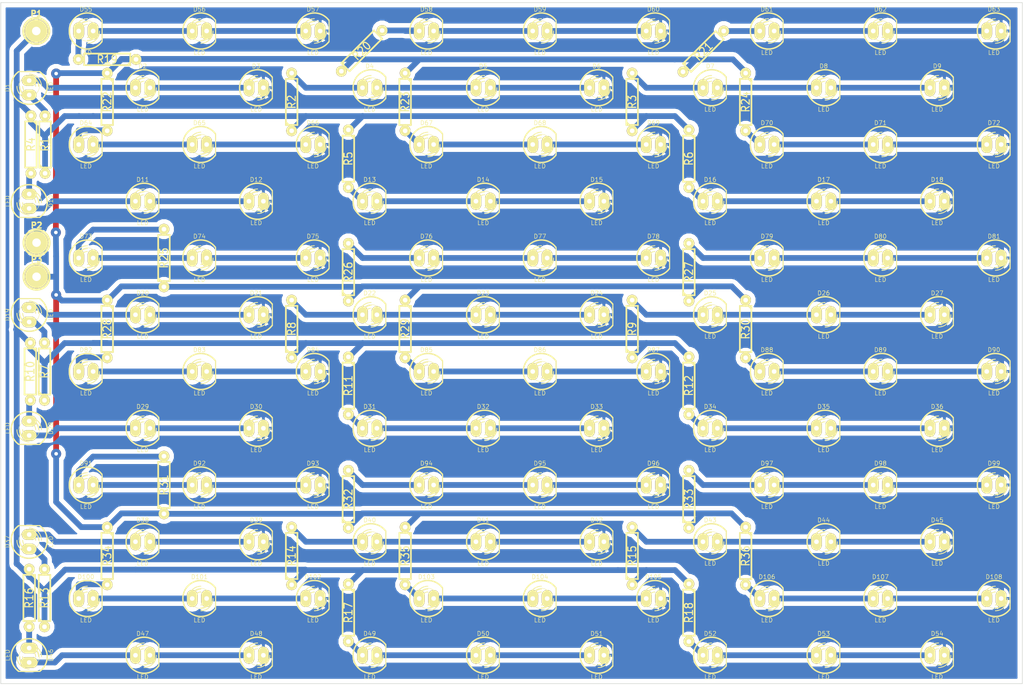
<source format=kicad_pcb>
(kicad_pcb (version 3) (host pcbnew "(2013-07-07 BZR 4022)-stable")
  (layers (15 F.Cu signal) (0 B.Cu signal) (18 B.Paste user) (19 F.Paste user) (20 B.SilkS user) (21 F.SilkS user) (22 B.Mask user) (23 F.Mask user) (28 Edge.Cuts user))
  (net 0 "")
  (net 1 GND)
  (net 2 N-000001)
  (net 3 N-0000010)
  (net 4 N-00000100)
  (net 5 N-00000101)
  (net 6 N-00000102)
  (net 7 N-00000103)
  (net 8 N-00000104)
  (net 9 N-00000105)
  (net 10 N-00000106)
  (net 11 N-00000107)
  (net 12 N-00000108)
  (net 13 N-00000109)
  (net 14 N-0000011)
  (net 15 N-00000110)
  (net 16 N-00000111)
  (net 17 N-0000012)
  (net 18 N-0000013)
  (net 19 N-0000014)
  (net 20 N-0000015)
  (net 21 N-0000016)
  (net 22 N-0000017)
  (net 23 N-0000018)
  (net 24 N-0000019)
  (net 25 N-0000020)
  (net 26 N-0000021)
  (net 27 N-0000022)
  (net 28 N-0000023)
  (net 29 N-0000024)
  (net 30 N-0000025)
  (net 31 N-0000026)
  (net 32 N-0000027)
  (net 33 N-0000028)
  (net 34 N-0000029)
  (net 35 N-000003)
  (net 36 N-0000030)
  (net 37 N-0000031)
  (net 38 N-0000032)
  (net 39 N-0000033)
  (net 40 N-0000034)
  (net 41 N-0000035)
  (net 42 N-0000036)
  (net 43 N-0000039)
  (net 44 N-000004)
  (net 45 N-0000040)
  (net 46 N-0000041)
  (net 47 N-0000042)
  (net 48 N-0000043)
  (net 49 N-0000044)
  (net 50 N-0000045)
  (net 51 N-0000046)
  (net 52 N-0000047)
  (net 53 N-0000048)
  (net 54 N-0000049)
  (net 55 N-000005)
  (net 56 N-0000050)
  (net 57 N-0000051)
  (net 58 N-0000052)
  (net 59 N-0000053)
  (net 60 N-0000054)
  (net 61 N-0000055)
  (net 62 N-0000056)
  (net 63 N-0000057)
  (net 64 N-0000058)
  (net 65 N-0000059)
  (net 66 N-000006)
  (net 67 N-0000060)
  (net 68 N-0000061)
  (net 69 N-0000062)
  (net 70 N-0000063)
  (net 71 N-0000064)
  (net 72 N-0000065)
  (net 73 N-0000066)
  (net 74 N-0000067)
  (net 75 N-0000068)
  (net 76 N-0000069)
  (net 77 N-000007)
  (net 78 N-0000070)
  (net 79 N-0000071)
  (net 80 N-0000072)
  (net 81 N-0000073)
  (net 82 N-0000074)
  (net 83 N-0000075)
  (net 84 N-0000076)
  (net 85 N-0000077)
  (net 86 N-0000078)
  (net 87 N-0000079)
  (net 88 N-000008)
  (net 89 N-0000080)
  (net 90 N-0000081)
  (net 91 N-0000082)
  (net 92 N-0000083)
  (net 93 N-0000084)
  (net 94 N-0000085)
  (net 95 N-0000086)
  (net 96 N-0000087)
  (net 97 N-0000088)
  (net 98 N-0000089)
  (net 99 N-000009)
  (net 100 N-0000090)
  (net 101 N-0000091)
  (net 102 N-0000092)
  (net 103 N-0000093)
  (net 104 N-0000094)
  (net 105 N-0000095)
  (net 106 N-0000096)
  (net 107 N-0000097)
  (net 108 N-0000098)
  (net 109 N-0000099)
  (net 110 VCC)
  (net 111 VDD)
  (module R4-LARGE_PADS (layer F.Cu) (at 125.718 112.796 90)
    (fp_text reference R15 (at 0 0 90) (layer F.SilkS) (effects (font (size 1.397 1.27) (thickness 0.2032))))
    (fp_text value 120 hide)
    (pad 1 thru_hole circle (at -5.08 0 90) (size 1.9 1.9) (drill 0.8128) (layers *.Cu *.Mask F.SilkS) (net 110 VCC))
    (pad 2 thru_hole circle (at 5.08 0 90) (size 1.9 1.9) (drill 0.8128) (layers *.Cu *.Mask F.SilkS) (net 73 N-0000066))
  )
  (module R4-LARGE_PADS (layer F.Cu) (at 43.218 60.296 90)
    (fp_text reference R25 (at 0 0 90) (layer F.SilkS) (effects (font (size 1.397 1.27) (thickness 0.2032))))
    (fp_text value 120 hide)
    (pad 1 thru_hole circle (at -5.08 0 90) (size 1.9 1.9) (drill 0.8128) (layers *.Cu *.Mask F.SilkS) (net 111 VDD))
    (pad 2 thru_hole circle (at 5.08 0 90) (size 1.9 1.9) (drill 0.8128) (layers *.Cu *.Mask F.SilkS) (net 25 N-0000020))
  )
  (module R4-LARGE_PADS (layer F.Cu) (at 85.718 72.796 270)
    (fp_text reference R29 (at 0 0 270) (layer F.SilkS) (effects (font (size 1.397 1.27) (thickness 0.2032))))
    (fp_text value 120 hide)
    (pad 1 thru_hole circle (at -5.08 0 270) (size 1.9 1.9) (drill 0.8128) (layers *.Cu *.Mask F.SilkS) (net 111 VDD))
    (pad 2 thru_hole circle (at 5.08 0 270) (size 1.9 1.9) (drill 0.8128) (layers *.Cu *.Mask F.SilkS) (net 39 N-0000033))
  )
  (module R4-LARGE_PADS (layer F.Cu) (at 65.718 32.796 90)
    (fp_text reference R2 (at 0 0 90) (layer F.SilkS) (effects (font (size 1.397 1.27) (thickness 0.2032))))
    (fp_text value 120 hide)
    (pad 1 thru_hole circle (at -5.08 0 90) (size 1.9 1.9) (drill 0.8128) (layers *.Cu *.Mask F.SilkS) (net 110 VCC))
    (pad 2 thru_hole circle (at 5.08 0 90) (size 1.9 1.9) (drill 0.8128) (layers *.Cu *.Mask F.SilkS) (net 76 N-0000069))
  )
  (module R4-LARGE_PADS (layer F.Cu) (at 135.718 42.796 270)
    (fp_text reference R6 (at 0 0 270) (layer F.SilkS) (effects (font (size 1.397 1.27) (thickness 0.2032))))
    (fp_text value 120 hide)
    (pad 1 thru_hole circle (at -5.08 0 270) (size 1.9 1.9) (drill 0.8128) (layers *.Cu *.Mask F.SilkS) (net 110 VCC))
    (pad 2 thru_hole circle (at 5.08 0 270) (size 1.9 1.9) (drill 0.8128) (layers *.Cu *.Mask F.SilkS) (net 6 N-00000102))
  )
  (module R4-LARGE_PADS (layer F.Cu) (at 19.668 80.296 270)
    (fp_text reference R10 (at 0 0 270) (layer F.SilkS) (effects (font (size 1.397 1.27) (thickness 0.2032))))
    (fp_text value 120 hide)
    (pad 1 thru_hole circle (at -5.08 0 270) (size 1.9 1.9) (drill 0.8128) (layers *.Cu *.Mask F.SilkS) (net 110 VCC))
    (pad 2 thru_hole circle (at 5.08 0 270) (size 1.9 1.9) (drill 0.8128) (layers *.Cu *.Mask F.SilkS) (net 12 N-00000108))
  )
  (module R4-LARGE_PADS (layer F.Cu) (at 65.718 112.796 90)
    (fp_text reference R14 (at 0 0 90) (layer F.SilkS) (effects (font (size 1.397 1.27) (thickness 0.2032))))
    (fp_text value 120 hide)
    (pad 1 thru_hole circle (at -5.08 0 90) (size 1.9 1.9) (drill 0.8128) (layers *.Cu *.Mask F.SilkS) (net 110 VCC))
    (pad 2 thru_hole circle (at 5.08 0 90) (size 1.9 1.9) (drill 0.8128) (layers *.Cu *.Mask F.SilkS) (net 94 N-0000085))
  )
  (module R4-LARGE_PADS (layer F.Cu) (at 135.718 122.796 270)
    (fp_text reference R18 (at 0 0 270) (layer F.SilkS) (effects (font (size 1.397 1.27) (thickness 0.2032))))
    (fp_text value 120 hide)
    (pad 1 thru_hole circle (at -5.08 0 270) (size 1.9 1.9) (drill 0.8128) (layers *.Cu *.Mask F.SilkS) (net 110 VCC))
    (pad 2 thru_hole circle (at 5.08 0 270) (size 1.9 1.9) (drill 0.8128) (layers *.Cu *.Mask F.SilkS) (net 42 N-0000036))
  )
  (module R4-LARGE_PADS (layer F.Cu) (at 33.218 32.796 270)
    (fp_text reference R22 (at 0 0 270) (layer F.SilkS) (effects (font (size 1.397 1.27) (thickness 0.2032))))
    (fp_text value 120 hide)
    (pad 1 thru_hole circle (at -5.08 0 270) (size 1.9 1.9) (drill 0.8128) (layers *.Cu *.Mask F.SilkS) (net 111 VDD))
    (pad 2 thru_hole circle (at 5.08 0 270) (size 1.9 1.9) (drill 0.8128) (layers *.Cu *.Mask F.SilkS) (net 55 N-000005))
  )
  (module R4-LARGE_PADS (layer F.Cu) (at 75.718 62.796 90)
    (fp_text reference R26 (at 0 0 90) (layer F.SilkS) (effects (font (size 1.397 1.27) (thickness 0.2032))))
    (fp_text value 120 hide)
    (pad 1 thru_hole circle (at -5.08 0 90) (size 1.9 1.9) (drill 0.8128) (layers *.Cu *.Mask F.SilkS) (net 111 VDD))
    (pad 2 thru_hole circle (at 5.08 0 90) (size 1.9 1.9) (drill 0.8128) (layers *.Cu *.Mask F.SilkS) (net 18 N-0000013))
  )
  (module R4-LARGE_PADS (layer F.Cu) (at 125.718 32.796 90)
    (fp_text reference R3 (at 0 0 90) (layer F.SilkS) (effects (font (size 1.397 1.27) (thickness 0.2032))))
    (fp_text value 120 hide)
    (pad 1 thru_hole circle (at -5.08 0 90) (size 1.9 1.9) (drill 0.8128) (layers *.Cu *.Mask F.SilkS) (net 110 VCC))
    (pad 2 thru_hole circle (at 5.08 0 90) (size 1.9 1.9) (drill 0.8128) (layers *.Cu *.Mask F.SilkS) (net 83 N-0000075))
  )
  (module R4-LARGE_PADS (layer F.Cu) (at 22.168 80.296 90)
    (fp_text reference R7 (at 0 0 90) (layer F.SilkS) (effects (font (size 1.397 1.27) (thickness 0.2032))))
    (fp_text value 120 hide)
    (pad 1 thru_hole circle (at -5.08 0 90) (size 1.9 1.9) (drill 0.8128) (layers *.Cu *.Mask F.SilkS) (net 110 VCC))
    (pad 2 thru_hole circle (at 5.08 0 90) (size 1.9 1.9) (drill 0.8128) (layers *.Cu *.Mask F.SilkS) (net 87 N-0000079))
  )
  (module R4-LARGE_PADS (layer F.Cu) (at 75.718 82.796 270)
    (fp_text reference R11 (at 0 0 270) (layer F.SilkS) (effects (font (size 1.397 1.27) (thickness 0.2032))))
    (fp_text value 120 hide)
    (pad 1 thru_hole circle (at -5.08 0 270) (size 1.9 1.9) (drill 0.8128) (layers *.Cu *.Mask F.SilkS) (net 110 VCC))
    (pad 2 thru_hole circle (at 5.08 0 270) (size 1.9 1.9) (drill 0.8128) (layers *.Cu *.Mask F.SilkS) (net 67 N-0000060))
  )
  (module R4-LARGE_PADS (layer F.Cu) (at 145.718 72.796 270)
    (fp_text reference R30 (at 0 0 270) (layer F.SilkS) (effects (font (size 1.397 1.27) (thickness 0.2032))))
    (fp_text value 120 hide)
    (pad 1 thru_hole circle (at -5.08 0 270) (size 1.9 1.9) (drill 0.8128) (layers *.Cu *.Mask F.SilkS) (net 111 VDD))
    (pad 2 thru_hole circle (at 5.08 0 270) (size 1.9 1.9) (drill 0.8128) (layers *.Cu *.Mask F.SilkS) (net 61 N-0000055))
  )
  (module R4-LARGE_PADS (layer F.Cu) (at 33.218 25.296 180)
    (fp_text reference R19 (at 0 0 180) (layer F.SilkS) (effects (font (size 1.397 1.27) (thickness 0.2032))))
    (fp_text value 120 hide)
    (pad 1 thru_hole circle (at -5.08 0 180) (size 1.9 1.9) (drill 0.8128) (layers *.Cu *.Mask F.SilkS) (net 111 VDD))
    (pad 2 thru_hole circle (at 5.08 0 180) (size 1.9 1.9) (drill 0.8128) (layers *.Cu *.Mask F.SilkS) (net 109 N-0000099))
  )
  (module R4-LARGE_PADS (layer F.Cu) (at 85.718 32.796 270)
    (fp_text reference R23 (at 0 0 270) (layer F.SilkS) (effects (font (size 1.397 1.27) (thickness 0.2032))))
    (fp_text value 120 hide)
    (pad 1 thru_hole circle (at -5.08 0 270) (size 1.9 1.9) (drill 0.8128) (layers *.Cu *.Mask F.SilkS) (net 111 VDD))
    (pad 2 thru_hole circle (at 5.08 0 270) (size 1.9 1.9) (drill 0.8128) (layers *.Cu *.Mask F.SilkS) (net 32 N-0000027))
  )
  (module R4-LARGE_PADS (layer F.Cu) (at 135.718 62.796 90)
    (fp_text reference R27 (at 0 0 90) (layer F.SilkS) (effects (font (size 1.397 1.27) (thickness 0.2032))))
    (fp_text value 120 hide)
    (pad 1 thru_hole circle (at -5.08 0 90) (size 1.9 1.9) (drill 0.8128) (layers *.Cu *.Mask F.SilkS) (net 111 VDD))
    (pad 2 thru_hole circle (at 5.08 0 90) (size 1.9 1.9) (drill 0.8128) (layers *.Cu *.Mask F.SilkS) (net 29 N-0000024))
  )
  (module R4-LARGE_PADS (layer F.Cu) (at 43.218 100.296 90)
    (fp_text reference R31 (at 0 0 90) (layer F.SilkS) (effects (font (size 1.397 1.27) (thickness 0.2032))))
    (fp_text value 120 hide)
    (pad 1 thru_hole circle (at -5.08 0 90) (size 1.9 1.9) (drill 0.8128) (layers *.Cu *.Mask F.SilkS) (net 111 VDD))
    (pad 2 thru_hole circle (at 5.08 0 90) (size 1.9 1.9) (drill 0.8128) (layers *.Cu *.Mask F.SilkS) (net 33 N-0000028))
  )
  (module R4-LARGE_PADS (layer F.Cu) (at 19.768 40.296 270)
    (fp_text reference R4 (at 0 0 270) (layer F.SilkS) (effects (font (size 1.397 1.27) (thickness 0.2032))))
    (fp_text value 120 hide)
    (pad 1 thru_hole circle (at -5.08 0 270) (size 1.9 1.9) (drill 0.8128) (layers *.Cu *.Mask F.SilkS) (net 110 VCC))
    (pad 2 thru_hole circle (at 5.08 0 270) (size 1.9 1.9) (drill 0.8128) (layers *.Cu *.Mask F.SilkS) (net 9 N-00000105))
  )
  (module R4-LARGE_PADS (layer F.Cu) (at 65.718 72.796 90)
    (fp_text reference R8 (at 0 0 90) (layer F.SilkS) (effects (font (size 1.397 1.27) (thickness 0.2032))))
    (fp_text value 120 hide)
    (pad 1 thru_hole circle (at -5.08 0 90) (size 1.9 1.9) (drill 0.8128) (layers *.Cu *.Mask F.SilkS) (net 110 VCC))
    (pad 2 thru_hole circle (at 5.08 0 90) (size 1.9 1.9) (drill 0.8128) (layers *.Cu *.Mask F.SilkS) (net 13 N-00000109))
  )
  (module R4-LARGE_PADS (layer F.Cu) (at 135.718 82.796 270)
    (fp_text reference R12 (at 0 0 270) (layer F.SilkS) (effects (font (size 1.397 1.27) (thickness 0.2032))))
    (fp_text value 120 hide)
    (pad 1 thru_hole circle (at -5.08 0 270) (size 1.9 1.9) (drill 0.8128) (layers *.Cu *.Mask F.SilkS) (net 110 VCC))
    (pad 2 thru_hole circle (at 5.08 0 270) (size 1.9 1.9) (drill 0.8128) (layers *.Cu *.Mask F.SilkS) (net 102 N-0000092))
  )
  (module R4-LARGE_PADS (layer F.Cu) (at 19.468 120.196 270)
    (fp_text reference R16 (at 0 0 270) (layer F.SilkS) (effects (font (size 1.397 1.27) (thickness 0.2032))))
    (fp_text value 120 hide)
    (pad 1 thru_hole circle (at -5.08 0 270) (size 1.9 1.9) (drill 0.8128) (layers *.Cu *.Mask F.SilkS) (net 110 VCC))
    (pad 2 thru_hole circle (at 5.08 0 270) (size 1.9 1.9) (drill 0.8128) (layers *.Cu *.Mask F.SilkS) (net 98 N-0000089))
  )
  (module R4-LARGE_PADS (layer F.Cu) (at 78.068 23.796 45)
    (fp_text reference R20 (at 0 0 45) (layer F.SilkS) (effects (font (size 1.397 1.27) (thickness 0.2032))))
    (fp_text value 120 hide)
    (pad 1 thru_hole circle (at -5.08 0 45) (size 1.9 1.9) (drill 0.8128) (layers *.Cu *.Mask F.SilkS) (net 111 VDD))
    (pad 2 thru_hole circle (at 5.08 0 45) (size 1.9 1.9) (drill 0.8128) (layers *.Cu *.Mask F.SilkS) (net 2 N-000001))
  )
  (module R4-LARGE_PADS (layer F.Cu) (at 145.718 32.796 270)
    (fp_text reference R24 (at 0 0 270) (layer F.SilkS) (effects (font (size 1.397 1.27) (thickness 0.2032))))
    (fp_text value 120 hide)
    (pad 1 thru_hole circle (at -5.08 0 270) (size 1.9 1.9) (drill 0.8128) (layers *.Cu *.Mask F.SilkS) (net 111 VDD))
    (pad 2 thru_hole circle (at 5.08 0 270) (size 1.9 1.9) (drill 0.8128) (layers *.Cu *.Mask F.SilkS) (net 23 N-0000018))
  )
  (module R4-LARGE_PADS (layer F.Cu) (at 33.218 72.796 270)
    (fp_text reference R28 (at 0 0 270) (layer F.SilkS) (effects (font (size 1.397 1.27) (thickness 0.2032))))
    (fp_text value 120 hide)
    (pad 1 thru_hole circle (at -5.08 0 270) (size 1.9 1.9) (drill 0.8128) (layers *.Cu *.Mask F.SilkS) (net 111 VDD))
    (pad 2 thru_hole circle (at 5.08 0 270) (size 1.9 1.9) (drill 0.8128) (layers *.Cu *.Mask F.SilkS) (net 57 N-0000051))
  )
  (module R4-LARGE_PADS (layer F.Cu) (at 75.718 102.796 90)
    (fp_text reference R32 (at 0 0 90) (layer F.SilkS) (effects (font (size 1.397 1.27) (thickness 0.2032))))
    (fp_text value 120 hide)
    (pad 1 thru_hole circle (at -5.08 0 90) (size 1.9 1.9) (drill 0.8128) (layers *.Cu *.Mask F.SilkS) (net 111 VDD))
    (pad 2 thru_hole circle (at 5.08 0 90) (size 1.9 1.9) (drill 0.8128) (layers *.Cu *.Mask F.SilkS) (net 56 N-0000050))
  )
  (module R4-LARGE_PADS (layer F.Cu) (at 125.718 72.796 90)
    (fp_text reference R9 (at 0 0 90) (layer F.SilkS) (effects (font (size 1.397 1.27) (thickness 0.2032))))
    (fp_text value 120 hide)
    (pad 1 thru_hole circle (at -5.08 0 90) (size 1.9 1.9) (drill 0.8128) (layers *.Cu *.Mask F.SilkS) (net 110 VCC))
    (pad 2 thru_hole circle (at 5.08 0 90) (size 1.9 1.9) (drill 0.8128) (layers *.Cu *.Mask F.SilkS) (net 72 N-0000065))
  )
  (module R4-LARGE_PADS (layer F.Cu) (at 138.268 23.896 45)
    (fp_text reference R21 (at 0 0 45) (layer F.SilkS) (effects (font (size 1.397 1.27) (thickness 0.2032))))
    (fp_text value 120 hide)
    (pad 1 thru_hole circle (at -5.08 0 45) (size 1.9 1.9) (drill 0.8128) (layers *.Cu *.Mask F.SilkS) (net 111 VDD))
    (pad 2 thru_hole circle (at 5.08 0 45) (size 1.9 1.9) (drill 0.8128) (layers *.Cu *.Mask F.SilkS) (net 106 N-0000096))
  )
  (module R4-LARGE_PADS (layer F.Cu) (at 75.718 42.796 270)
    (fp_text reference R5 (at 0 0 270) (layer F.SilkS) (effects (font (size 1.397 1.27) (thickness 0.2032))))
    (fp_text value 120 hide)
    (pad 1 thru_hole circle (at -5.08 0 270) (size 1.9 1.9) (drill 0.8128) (layers *.Cu *.Mask F.SilkS) (net 110 VCC))
    (pad 2 thru_hole circle (at 5.08 0 270) (size 1.9 1.9) (drill 0.8128) (layers *.Cu *.Mask F.SilkS) (net 93 N-0000084))
  )
  (module R4-LARGE_PADS (layer F.Cu) (at 22.168 120.196 90)
    (fp_text reference R13 (at 0 0 90) (layer F.SilkS) (effects (font (size 1.397 1.27) (thickness 0.2032))))
    (fp_text value 120 hide)
    (pad 1 thru_hole circle (at -5.08 0 90) (size 1.9 1.9) (drill 0.8128) (layers *.Cu *.Mask F.SilkS) (net 110 VCC))
    (pad 2 thru_hole circle (at 5.08 0 90) (size 1.9 1.9) (drill 0.8128) (layers *.Cu *.Mask F.SilkS) (net 78 N-0000070))
  )
  (module R4-LARGE_PADS (layer F.Cu) (at 75.718 122.796 270)
    (fp_text reference R17 (at 0 0 270) (layer F.SilkS) (effects (font (size 1.397 1.27) (thickness 0.2032))))
    (fp_text value 120 hide)
    (pad 1 thru_hole circle (at -5.08 0 270) (size 1.9 1.9) (drill 0.8128) (layers *.Cu *.Mask F.SilkS) (net 110 VCC))
    (pad 2 thru_hole circle (at 5.08 0 270) (size 1.9 1.9) (drill 0.8128) (layers *.Cu *.Mask F.SilkS) (net 46 N-0000041))
  )
  (module R4-LARGE_PADS (layer F.Cu) (at 22.268 40.296 90)
    (fp_text reference R1 (at 0 0 90) (layer F.SilkS) (effects (font (size 1.397 1.27) (thickness 0.2032))))
    (fp_text value 120 hide)
    (pad 1 thru_hole circle (at -5.08 0 90) (size 1.9 1.9) (drill 0.8128) (layers *.Cu *.Mask F.SilkS) (net 110 VCC))
    (pad 2 thru_hole circle (at 5.08 0 90) (size 1.9 1.9) (drill 0.8128) (layers *.Cu *.Mask F.SilkS) (net 86 N-0000078))
  )
  (module LED-5MM (layer F.Cu) (at 189.468 60.296)
    (fp_text reference D81 (at 0 -3.81) (layer F.SilkS) (effects (font (size 0.762 0.762) (thickness 0.0889))))
    (fp_text value LED (at 0 3.81) (layer F.SilkS) (effects (font (size 0.762 0.762) (thickness 0.0889))))
    (pad 1 thru_hole oval (at -1.27 0) (size 1.9 3) (drill 0.8128) (layers *.Cu *.Mask F.SilkS) (net 28 N-0000023))
    (pad 2 thru_hole oval (at 1.27 0) (size 1.9 3) (drill 0.8128) (layers *.Cu *.Mask F.SilkS) (net 1 GND))
  )
  (module LED-5MM (layer F.Cu) (at 79.468 70.296)
    (fp_text reference D22 (at 0 -3.81) (layer F.SilkS) (effects (font (size 0.762 0.762) (thickness 0.0889))))
    (fp_text value LED (at 0 3.81) (layer F.SilkS) (effects (font (size 0.762 0.762) (thickness 0.0889))))
    (pad 1 thru_hole oval (at -1.27 0) (size 1.9 3) (drill 0.8128) (layers *.Cu *.Mask F.SilkS) (net 13 N-00000109))
    (pad 2 thru_hole oval (at 1.27 0) (size 1.9 3) (drill 0.8128) (layers *.Cu *.Mask F.SilkS) (net 15 N-00000110))
  )
  (module LED-5MM (layer F.Cu) (at 119.468 50.296)
    (fp_text reference D15 (at 0 -3.81) (layer F.SilkS) (effects (font (size 0.762 0.762) (thickness 0.0889))))
    (fp_text value LED (at 0 3.81) (layer F.SilkS) (effects (font (size 0.762 0.762) (thickness 0.0889))))
    (pad 1 thru_hole oval (at -1.27 0) (size 1.9 3) (drill 0.8128) (layers *.Cu *.Mask F.SilkS) (net 92 N-0000083))
    (pad 2 thru_hole oval (at 1.27 0) (size 1.9 3) (drill 0.8128) (layers *.Cu *.Mask F.SilkS) (net 1 GND))
  )
  (module LED-5MM (layer F.Cu) (at 59.468 50.296)
    (fp_text reference D12 (at 0 -3.81) (layer F.SilkS) (effects (font (size 0.762 0.762) (thickness 0.0889))))
    (fp_text value LED (at 0 3.81) (layer F.SilkS) (effects (font (size 0.762 0.762) (thickness 0.0889))))
    (pad 1 thru_hole oval (at -1.27 0) (size 1.9 3) (drill 0.8128) (layers *.Cu *.Mask F.SilkS) (net 8 N-00000104))
    (pad 2 thru_hole oval (at 1.27 0) (size 1.9 3) (drill 0.8128) (layers *.Cu *.Mask F.SilkS) (net 1 GND))
  )
  (module LED-5MM (layer F.Cu) (at 39.468 50.296)
    (fp_text reference D11 (at 0 -3.81) (layer F.SilkS) (effects (font (size 0.762 0.762) (thickness 0.0889))))
    (fp_text value LED (at 0 3.81) (layer F.SilkS) (effects (font (size 0.762 0.762) (thickness 0.0889))))
    (pad 1 thru_hole oval (at -1.27 0) (size 1.9 3) (drill 0.8128) (layers *.Cu *.Mask F.SilkS) (net 7 N-00000103))
    (pad 2 thru_hole oval (at 1.27 0) (size 1.9 3) (drill 0.8128) (layers *.Cu *.Mask F.SilkS) (net 8 N-00000104))
  )
  (module LED-5MM (layer F.Cu) (at 19.468 50.296 270)
    (fp_text reference D10 (at 0 -3.81 270) (layer F.SilkS) (effects (font (size 0.762 0.762) (thickness 0.0889))))
    (fp_text value LED (at 0 3.81 270) (layer F.SilkS) (effects (font (size 0.762 0.762) (thickness 0.0889))))
    (pad 1 thru_hole oval (at -1.27 0 270) (size 1.9 2.6) (drill 0.8128) (layers *.Cu *.Mask F.SilkS) (net 9 N-00000105))
    (pad 2 thru_hole oval (at 1.27 0 270) (size 1.9 2.6) (drill 0.8128) (layers *.Cu *.Mask F.SilkS) (net 7 N-00000103))
  )
  (module LED-5MM (layer F.Cu) (at 69.468 100.296)
    (fp_text reference D93 (at 0 -3.81) (layer F.SilkS) (effects (font (size 0.762 0.762) (thickness 0.0889))))
    (fp_text value LED (at 0 3.81) (layer F.SilkS) (effects (font (size 0.762 0.762) (thickness 0.0889))))
    (pad 1 thru_hole oval (at -1.27 0) (size 1.9 3) (drill 0.8128) (layers *.Cu *.Mask F.SilkS) (net 36 N-0000030))
    (pad 2 thru_hole oval (at 1.27 0) (size 1.9 3) (drill 0.8128) (layers *.Cu *.Mask F.SilkS) (net 1 GND))
  )
  (module LED-5MM (layer F.Cu) (at 49.468 100.296)
    (fp_text reference D92 (at 0 -3.81) (layer F.SilkS) (effects (font (size 0.762 0.762) (thickness 0.0889))))
    (fp_text value LED (at 0 3.81) (layer F.SilkS) (effects (font (size 0.762 0.762) (thickness 0.0889))))
    (pad 1 thru_hole oval (at -1.27 0) (size 1.9 3) (drill 0.8128) (layers *.Cu *.Mask F.SilkS) (net 34 N-0000029))
    (pad 2 thru_hole oval (at 1.27 0) (size 1.9 3) (drill 0.8128) (layers *.Cu *.Mask F.SilkS) (net 36 N-0000030))
  )
  (module LED-5MM (layer F.Cu) (at 29.468 100.296)
    (fp_text reference D91 (at 0 -3.81) (layer F.SilkS) (effects (font (size 0.762 0.762) (thickness 0.0889))))
    (fp_text value LED (at 0 3.81) (layer F.SilkS) (effects (font (size 0.762 0.762) (thickness 0.0889))))
    (pad 1 thru_hole oval (at -1.27 0) (size 1.9 3) (drill 0.8128) (layers *.Cu *.Mask F.SilkS) (net 33 N-0000028))
    (pad 2 thru_hole oval (at 1.27 0) (size 1.9 3) (drill 0.8128) (layers *.Cu *.Mask F.SilkS) (net 34 N-0000029))
  )
  (module LED-5MM (layer F.Cu) (at 139.468 70.296)
    (fp_text reference D25 (at 0 -3.81) (layer F.SilkS) (effects (font (size 0.762 0.762) (thickness 0.0889))))
    (fp_text value LED (at 0 3.81) (layer F.SilkS) (effects (font (size 0.762 0.762) (thickness 0.0889))))
    (pad 1 thru_hole oval (at -1.27 0) (size 1.9 3) (drill 0.8128) (layers *.Cu *.Mask F.SilkS) (net 72 N-0000065))
    (pad 2 thru_hole oval (at 1.27 0) (size 1.9 3) (drill 0.8128) (layers *.Cu *.Mask F.SilkS) (net 70 N-0000063))
  )
  (module LED-5MM (layer F.Cu) (at 99.468 50.296)
    (fp_text reference D14 (at 0 -3.81) (layer F.SilkS) (effects (font (size 0.762 0.762) (thickness 0.0889))))
    (fp_text value LED (at 0 3.81) (layer F.SilkS) (effects (font (size 0.762 0.762) (thickness 0.0889))))
    (pad 1 thru_hole oval (at -1.27 0) (size 1.9 3) (drill 0.8128) (layers *.Cu *.Mask F.SilkS) (net 91 N-0000082))
    (pad 2 thru_hole oval (at 1.27 0) (size 1.9 3) (drill 0.8128) (layers *.Cu *.Mask F.SilkS) (net 92 N-0000083))
  )
  (module LED-5MM (layer F.Cu) (at 169.468 60.296)
    (fp_text reference D80 (at 0 -3.81) (layer F.SilkS) (effects (font (size 0.762 0.762) (thickness 0.0889))))
    (fp_text value LED (at 0 3.81) (layer F.SilkS) (effects (font (size 0.762 0.762) (thickness 0.0889))))
    (pad 1 thru_hole oval (at -1.27 0) (size 1.9 3) (drill 0.8128) (layers *.Cu *.Mask F.SilkS) (net 27 N-0000022))
    (pad 2 thru_hole oval (at 1.27 0) (size 1.9 3) (drill 0.8128) (layers *.Cu *.Mask F.SilkS) (net 28 N-0000023))
  )
  (module LED-5MM (layer F.Cu) (at 149.468 60.296)
    (fp_text reference D79 (at 0 -3.81) (layer F.SilkS) (effects (font (size 0.762 0.762) (thickness 0.0889))))
    (fp_text value LED (at 0 3.81) (layer F.SilkS) (effects (font (size 0.762 0.762) (thickness 0.0889))))
    (pad 1 thru_hole oval (at -1.27 0) (size 1.9 3) (drill 0.8128) (layers *.Cu *.Mask F.SilkS) (net 29 N-0000024))
    (pad 2 thru_hole oval (at 1.27 0) (size 1.9 3) (drill 0.8128) (layers *.Cu *.Mask F.SilkS) (net 27 N-0000022))
  )
  (module LED-5MM (layer F.Cu) (at 159.468 70.296)
    (fp_text reference D26 (at 0 -3.81) (layer F.SilkS) (effects (font (size 0.762 0.762) (thickness 0.0889))))
    (fp_text value LED (at 0 3.81) (layer F.SilkS) (effects (font (size 0.762 0.762) (thickness 0.0889))))
    (pad 1 thru_hole oval (at -1.27 0) (size 1.9 3) (drill 0.8128) (layers *.Cu *.Mask F.SilkS) (net 70 N-0000063))
    (pad 2 thru_hole oval (at 1.27 0) (size 1.9 3) (drill 0.8128) (layers *.Cu *.Mask F.SilkS) (net 71 N-0000064))
  )
  (module LED-5MM (layer F.Cu) (at 129.468 40.296)
    (fp_text reference D69 (at 0 -3.81) (layer F.SilkS) (effects (font (size 0.762 0.762) (thickness 0.0889))))
    (fp_text value LED (at 0 3.81) (layer F.SilkS) (effects (font (size 0.762 0.762) (thickness 0.0889))))
    (pad 1 thru_hole oval (at -1.27 0) (size 1.9 3) (drill 0.8128) (layers *.Cu *.Mask F.SilkS) (net 31 N-0000026))
    (pad 2 thru_hole oval (at 1.27 0) (size 1.9 3) (drill 0.8128) (layers *.Cu *.Mask F.SilkS) (net 1 GND))
  )
  (module LED-5MM (layer F.Cu) (at 109.468 40.296)
    (fp_text reference D68 (at 0 -3.81) (layer F.SilkS) (effects (font (size 0.762 0.762) (thickness 0.0889))))
    (fp_text value LED (at 0 3.81) (layer F.SilkS) (effects (font (size 0.762 0.762) (thickness 0.0889))))
    (pad 1 thru_hole oval (at -1.27 0) (size 1.9 3) (drill 0.8128) (layers *.Cu *.Mask F.SilkS) (net 30 N-0000025))
    (pad 2 thru_hole oval (at 1.27 0) (size 1.9 3) (drill 0.8128) (layers *.Cu *.Mask F.SilkS) (net 31 N-0000026))
  )
  (module LED-5MM (layer F.Cu) (at 89.468 40.296)
    (fp_text reference D67 (at 0 -3.81) (layer F.SilkS) (effects (font (size 0.762 0.762) (thickness 0.0889))))
    (fp_text value LED (at 0 3.81) (layer F.SilkS) (effects (font (size 0.762 0.762) (thickness 0.0889))))
    (pad 1 thru_hole oval (at -1.27 0) (size 1.9 3) (drill 0.8128) (layers *.Cu *.Mask F.SilkS) (net 32 N-0000027))
    (pad 2 thru_hole oval (at 1.27 0) (size 1.9 3) (drill 0.8128) (layers *.Cu *.Mask F.SilkS) (net 30 N-0000025))
  )
  (module LED-5MM (layer F.Cu) (at 179.468 70.296)
    (fp_text reference D27 (at 0 -3.81) (layer F.SilkS) (effects (font (size 0.762 0.762) (thickness 0.0889))))
    (fp_text value LED (at 0 3.81) (layer F.SilkS) (effects (font (size 0.762 0.762) (thickness 0.0889))))
    (pad 1 thru_hole oval (at -1.27 0) (size 1.9 3) (drill 0.8128) (layers *.Cu *.Mask F.SilkS) (net 71 N-0000064))
    (pad 2 thru_hole oval (at 1.27 0) (size 1.9 3) (drill 0.8128) (layers *.Cu *.Mask F.SilkS) (net 1 GND))
  )
  (module LED-5MM (layer F.Cu) (at 69.468 20.296)
    (fp_text reference D57 (at 0 -3.81) (layer F.SilkS) (effects (font (size 0.762 0.762) (thickness 0.0889))))
    (fp_text value LED (at 0 3.81) (layer F.SilkS) (effects (font (size 0.762 0.762) (thickness 0.0889))))
    (pad 1 thru_hole oval (at -1.27 0) (size 1.9 3) (drill 0.8128) (layers *.Cu *.Mask F.SilkS) (net 108 N-0000098))
    (pad 2 thru_hole oval (at 1.27 0) (size 1.9 3) (drill 0.8128) (layers *.Cu *.Mask F.SilkS) (net 1 GND))
  )
  (module LED-5MM (layer F.Cu) (at 49.468 20.296)
    (fp_text reference D56 (at 0 -3.81) (layer F.SilkS) (effects (font (size 0.762 0.762) (thickness 0.0889))))
    (fp_text value LED (at 0 3.81) (layer F.SilkS) (effects (font (size 0.762 0.762) (thickness 0.0889))))
    (pad 1 thru_hole oval (at -1.27 0) (size 1.9 3) (drill 0.8128) (layers *.Cu *.Mask F.SilkS) (net 107 N-0000097))
    (pad 2 thru_hole oval (at 1.27 0) (size 1.9 3) (drill 0.8128) (layers *.Cu *.Mask F.SilkS) (net 108 N-0000098))
  )
  (module LED-5MM (layer F.Cu) (at 29.468 20.296)
    (fp_text reference D55 (at 0 -3.81) (layer F.SilkS) (effects (font (size 0.762 0.762) (thickness 0.0889))))
    (fp_text value LED (at 0 3.81) (layer F.SilkS) (effects (font (size 0.762 0.762) (thickness 0.0889))))
    (pad 1 thru_hole oval (at -1.27 0) (size 1.9 3) (drill 0.8128) (layers *.Cu *.Mask F.SilkS) (net 109 N-0000099))
    (pad 2 thru_hole oval (at 1.27 0) (size 1.9 3) (drill 0.8128) (layers *.Cu *.Mask F.SilkS) (net 107 N-0000097))
  )
  (module LED-5MM (layer F.Cu) (at 179.468 110.296)
    (fp_text reference D45 (at 0 -3.81) (layer F.SilkS) (effects (font (size 0.762 0.762) (thickness 0.0889))))
    (fp_text value LED (at 0 3.81) (layer F.SilkS) (effects (font (size 0.762 0.762) (thickness 0.0889))))
    (pad 1 thru_hole oval (at -1.27 0) (size 1.9 3) (drill 0.8128) (layers *.Cu *.Mask F.SilkS) (net 80 N-0000072))
    (pad 2 thru_hole oval (at 1.27 0) (size 1.9 3) (drill 0.8128) (layers *.Cu *.Mask F.SilkS) (net 1 GND))
  )
  (module LED-5MM (layer F.Cu) (at 129.468 20.296)
    (fp_text reference D60 (at 0 -3.81) (layer F.SilkS) (effects (font (size 0.762 0.762) (thickness 0.0889))))
    (fp_text value LED (at 0 3.81) (layer F.SilkS) (effects (font (size 0.762 0.762) (thickness 0.0889))))
    (pad 1 thru_hole oval (at -1.27 0) (size 1.9 3) (drill 0.8128) (layers *.Cu *.Mask F.SilkS) (net 3 N-0000010))
    (pad 2 thru_hole oval (at 1.27 0) (size 1.9 3) (drill 0.8128) (layers *.Cu *.Mask F.SilkS) (net 1 GND))
  )
  (module LED-5MM (layer F.Cu) (at 129.468 100.296)
    (fp_text reference D96 (at 0 -3.81) (layer F.SilkS) (effects (font (size 0.762 0.762) (thickness 0.0889))))
    (fp_text value LED (at 0 3.81) (layer F.SilkS) (effects (font (size 0.762 0.762) (thickness 0.0889))))
    (pad 1 thru_hole oval (at -1.27 0) (size 1.9 3) (drill 0.8128) (layers *.Cu *.Mask F.SilkS) (net 54 N-0000049))
    (pad 2 thru_hole oval (at 1.27 0) (size 1.9 3) (drill 0.8128) (layers *.Cu *.Mask F.SilkS) (net 1 GND))
  )
  (module LED-5MM (layer F.Cu) (at 109.468 100.296)
    (fp_text reference D95 (at 0 -3.81) (layer F.SilkS) (effects (font (size 0.762 0.762) (thickness 0.0889))))
    (fp_text value LED (at 0 3.81) (layer F.SilkS) (effects (font (size 0.762 0.762) (thickness 0.0889))))
    (pad 1 thru_hole oval (at -1.27 0) (size 1.9 3) (drill 0.8128) (layers *.Cu *.Mask F.SilkS) (net 53 N-0000048))
    (pad 2 thru_hole oval (at 1.27 0) (size 1.9 3) (drill 0.8128) (layers *.Cu *.Mask F.SilkS) (net 54 N-0000049))
  )
  (module LED-5MM (layer F.Cu) (at 89.468 100.296)
    (fp_text reference D94 (at 0 -3.81) (layer F.SilkS) (effects (font (size 0.762 0.762) (thickness 0.0889))))
    (fp_text value LED (at 0 3.81) (layer F.SilkS) (effects (font (size 0.762 0.762) (thickness 0.0889))))
    (pad 1 thru_hole oval (at -1.27 0) (size 1.9 3) (drill 0.8128) (layers *.Cu *.Mask F.SilkS) (net 56 N-0000050))
    (pad 2 thru_hole oval (at 1.27 0) (size 1.9 3) (drill 0.8128) (layers *.Cu *.Mask F.SilkS) (net 53 N-0000048))
  )
  (module LED-5MM (layer F.Cu) (at 19.468 30.296 90)
    (fp_text reference D1 (at 0 -3.81 90) (layer F.SilkS) (effects (font (size 0.762 0.762) (thickness 0.0889))))
    (fp_text value LED (at 0 3.81 90) (layer F.SilkS) (effects (font (size 0.762 0.762) (thickness 0.0889))))
    (pad 1 thru_hole oval (at -1.27 0 90) (size 1.9 2.6) (drill 0.8128) (layers *.Cu *.Mask F.SilkS) (net 86 N-0000078))
    (pad 2 thru_hole oval (at 1.27 0 90) (size 1.9 2.6) (drill 0.8128) (layers *.Cu *.Mask F.SilkS) (net 84 N-0000076))
  )
  (module LED-5MM (layer F.Cu) (at 69.468 80.296)
    (fp_text reference D84 (at 0 -3.81) (layer F.SilkS) (effects (font (size 0.762 0.762) (thickness 0.0889))))
    (fp_text value LED (at 0 3.81) (layer F.SilkS) (effects (font (size 0.762 0.762) (thickness 0.0889))))
    (pad 1 thru_hole oval (at -1.27 0) (size 1.9 3) (drill 0.8128) (layers *.Cu *.Mask F.SilkS) (net 20 N-0000015))
    (pad 2 thru_hole oval (at 1.27 0) (size 1.9 3) (drill 0.8128) (layers *.Cu *.Mask F.SilkS) (net 1 GND))
  )
  (module LED-5MM (layer F.Cu) (at 49.468 80.296)
    (fp_text reference D83 (at 0 -3.81) (layer F.SilkS) (effects (font (size 0.762 0.762) (thickness 0.0889))))
    (fp_text value LED (at 0 3.81) (layer F.SilkS) (effects (font (size 0.762 0.762) (thickness 0.0889))))
    (pad 1 thru_hole oval (at -1.27 0) (size 1.9 3) (drill 0.8128) (layers *.Cu *.Mask F.SilkS) (net 19 N-0000014))
    (pad 2 thru_hole oval (at 1.27 0) (size 1.9 3) (drill 0.8128) (layers *.Cu *.Mask F.SilkS) (net 20 N-0000015))
  )
  (module LED-5MM (layer F.Cu) (at 29.468 80.296)
    (fp_text reference D82 (at 0 -3.81) (layer F.SilkS) (effects (font (size 0.762 0.762) (thickness 0.0889))))
    (fp_text value LED (at 0 3.81) (layer F.SilkS) (effects (font (size 0.762 0.762) (thickness 0.0889))))
    (pad 1 thru_hole oval (at -1.27 0) (size 1.9 3) (drill 0.8128) (layers *.Cu *.Mask F.SilkS) (net 57 N-0000051))
    (pad 2 thru_hole oval (at 1.27 0) (size 1.9 3) (drill 0.8128) (layers *.Cu *.Mask F.SilkS) (net 19 N-0000014))
  )
  (module LED-5MM (layer F.Cu) (at 39.468 30.296)
    (fp_text reference D2 (at 0 -3.81) (layer F.SilkS) (effects (font (size 0.762 0.762) (thickness 0.0889))))
    (fp_text value LED (at 0 3.81) (layer F.SilkS) (effects (font (size 0.762 0.762) (thickness 0.0889))))
    (pad 1 thru_hole oval (at -1.27 0) (size 1.9 3) (drill 0.8128) (layers *.Cu *.Mask F.SilkS) (net 84 N-0000076))
    (pad 2 thru_hole oval (at 1.27 0) (size 1.9 3) (drill 0.8128) (layers *.Cu *.Mask F.SilkS) (net 85 N-0000077))
  )
  (module LED-5MM (layer F.Cu) (at 189.468 40.296)
    (fp_text reference D72 (at 0 -3.81) (layer F.SilkS) (effects (font (size 0.762 0.762) (thickness 0.0889))))
    (fp_text value LED (at 0 3.81) (layer F.SilkS) (effects (font (size 0.762 0.762) (thickness 0.0889))))
    (pad 1 thru_hole oval (at -1.27 0) (size 1.9 3) (drill 0.8128) (layers *.Cu *.Mask F.SilkS) (net 22 N-0000017))
    (pad 2 thru_hole oval (at 1.27 0) (size 1.9 3) (drill 0.8128) (layers *.Cu *.Mask F.SilkS) (net 1 GND))
  )
  (module LED-5MM (layer F.Cu) (at 169.468 40.296)
    (fp_text reference D71 (at 0 -3.81) (layer F.SilkS) (effects (font (size 0.762 0.762) (thickness 0.0889))))
    (fp_text value LED (at 0 3.81) (layer F.SilkS) (effects (font (size 0.762 0.762) (thickness 0.0889))))
    (pad 1 thru_hole oval (at -1.27 0) (size 1.9 3) (drill 0.8128) (layers *.Cu *.Mask F.SilkS) (net 21 N-0000016))
    (pad 2 thru_hole oval (at 1.27 0) (size 1.9 3) (drill 0.8128) (layers *.Cu *.Mask F.SilkS) (net 22 N-0000017))
  )
  (module LED-5MM (layer F.Cu) (at 149.468 40.296)
    (fp_text reference D70 (at 0 -3.81) (layer F.SilkS) (effects (font (size 0.762 0.762) (thickness 0.0889))))
    (fp_text value LED (at 0 3.81) (layer F.SilkS) (effects (font (size 0.762 0.762) (thickness 0.0889))))
    (pad 1 thru_hole oval (at -1.27 0) (size 1.9 3) (drill 0.8128) (layers *.Cu *.Mask F.SilkS) (net 23 N-0000018))
    (pad 2 thru_hole oval (at 1.27 0) (size 1.9 3) (drill 0.8128) (layers *.Cu *.Mask F.SilkS) (net 21 N-0000016))
  )
  (module LED-5MM (layer F.Cu) (at 59.468 30.296)
    (fp_text reference D3 (at 0 -3.81) (layer F.SilkS) (effects (font (size 0.762 0.762) (thickness 0.0889))))
    (fp_text value LED (at 0 3.81) (layer F.SilkS) (effects (font (size 0.762 0.762) (thickness 0.0889))))
    (pad 1 thru_hole oval (at -1.27 0) (size 1.9 3) (drill 0.8128) (layers *.Cu *.Mask F.SilkS) (net 85 N-0000077))
    (pad 2 thru_hole oval (at 1.27 0) (size 1.9 3) (drill 0.8128) (layers *.Cu *.Mask F.SilkS) (net 1 GND))
  )
  (module LED-5MM (layer F.Cu) (at 99.468 70.296)
    (fp_text reference D23 (at 0 -3.81) (layer F.SilkS) (effects (font (size 0.762 0.762) (thickness 0.0889))))
    (fp_text value LED (at 0 3.81) (layer F.SilkS) (effects (font (size 0.762 0.762) (thickness 0.0889))))
    (pad 1 thru_hole oval (at -1.27 0) (size 1.9 3) (drill 0.8128) (layers *.Cu *.Mask F.SilkS) (net 15 N-00000110))
    (pad 2 thru_hole oval (at 1.27 0) (size 1.9 3) (drill 0.8128) (layers *.Cu *.Mask F.SilkS) (net 16 N-00000111))
  )
  (module LED-5MM (layer F.Cu) (at 109.468 20.296)
    (fp_text reference D59 (at 0 -3.81) (layer F.SilkS) (effects (font (size 0.762 0.762) (thickness 0.0889))))
    (fp_text value LED (at 0 3.81) (layer F.SilkS) (effects (font (size 0.762 0.762) (thickness 0.0889))))
    (pad 1 thru_hole oval (at -1.27 0) (size 1.9 3) (drill 0.8128) (layers *.Cu *.Mask F.SilkS) (net 99 N-000009))
    (pad 2 thru_hole oval (at 1.27 0) (size 1.9 3) (drill 0.8128) (layers *.Cu *.Mask F.SilkS) (net 3 N-0000010))
  )
  (module LED-5MM (layer F.Cu) (at 89.468 20.296)
    (fp_text reference D58 (at 0 -3.81) (layer F.SilkS) (effects (font (size 0.762 0.762) (thickness 0.0889))))
    (fp_text value LED (at 0 3.81) (layer F.SilkS) (effects (font (size 0.762 0.762) (thickness 0.0889))))
    (pad 1 thru_hole oval (at -1.27 0) (size 1.9 3) (drill 0.8128) (layers *.Cu *.Mask F.SilkS) (net 2 N-000001))
    (pad 2 thru_hole oval (at 1.27 0) (size 1.9 3) (drill 0.8128) (layers *.Cu *.Mask F.SilkS) (net 99 N-000009))
  )
  (module LED-5MM (layer F.Cu) (at 59.468 130.296)
    (fp_text reference D48 (at 0 -3.81) (layer F.SilkS) (effects (font (size 0.762 0.762) (thickness 0.0889))))
    (fp_text value LED (at 0 3.81) (layer F.SilkS) (effects (font (size 0.762 0.762) (thickness 0.0889))))
    (pad 1 thru_hole oval (at -1.27 0) (size 1.9 3) (drill 0.8128) (layers *.Cu *.Mask F.SilkS) (net 97 N-0000088))
    (pad 2 thru_hole oval (at 1.27 0) (size 1.9 3) (drill 0.8128) (layers *.Cu *.Mask F.SilkS) (net 1 GND))
  )
  (module LED-5MM (layer F.Cu) (at 39.468 130.296)
    (fp_text reference D47 (at 0 -3.81) (layer F.SilkS) (effects (font (size 0.762 0.762) (thickness 0.0889))))
    (fp_text value LED (at 0 3.81) (layer F.SilkS) (effects (font (size 0.762 0.762) (thickness 0.0889))))
    (pad 1 thru_hole oval (at -1.27 0) (size 1.9 3) (drill 0.8128) (layers *.Cu *.Mask F.SilkS) (net 96 N-0000087))
    (pad 2 thru_hole oval (at 1.27 0) (size 1.9 3) (drill 0.8128) (layers *.Cu *.Mask F.SilkS) (net 97 N-0000088))
  )
  (module LED-5MM (layer F.Cu) (at 19.468 130.296 270)
    (fp_text reference D46 (at 0 -3.81 270) (layer F.SilkS) (effects (font (size 0.762 0.762) (thickness 0.0889))))
    (fp_text value LED (at 0 3.81 270) (layer F.SilkS) (effects (font (size 0.762 0.762) (thickness 0.0889))))
    (pad 1 thru_hole oval (at -1.27 0 270) (size 1.9 3) (drill 0.8128) (layers *.Cu *.Mask F.SilkS) (net 98 N-0000089))
    (pad 2 thru_hole oval (at 1.27 0 270) (size 1.9 3) (drill 0.8128) (layers *.Cu *.Mask F.SilkS) (net 96 N-0000087))
  )
  (module LED-5MM (layer F.Cu) (at 79.468 50.296)
    (fp_text reference D13 (at 0 -3.81) (layer F.SilkS) (effects (font (size 0.762 0.762) (thickness 0.0889))))
    (fp_text value LED (at 0 3.81) (layer F.SilkS) (effects (font (size 0.762 0.762) (thickness 0.0889))))
    (pad 1 thru_hole oval (at -1.27 0) (size 1.9 3) (drill 0.8128) (layers *.Cu *.Mask F.SilkS) (net 93 N-0000084))
    (pad 2 thru_hole oval (at 1.27 0) (size 1.9 3) (drill 0.8128) (layers *.Cu *.Mask F.SilkS) (net 91 N-0000082))
  )
  (module LED-5MM (layer F.Cu) (at 179.468 90.296)
    (fp_text reference D36 (at 0 -3.81) (layer F.SilkS) (effects (font (size 0.762 0.762) (thickness 0.0889))))
    (fp_text value LED (at 0 3.81) (layer F.SilkS) (effects (font (size 0.762 0.762) (thickness 0.0889))))
    (pad 1 thru_hole oval (at -1.27 0) (size 1.9 3) (drill 0.8128) (layers *.Cu *.Mask F.SilkS) (net 101 N-0000091))
    (pad 2 thru_hole oval (at 1.27 0) (size 1.9 3) (drill 0.8128) (layers *.Cu *.Mask F.SilkS) (net 1 GND))
  )
  (module LED-5MM (layer F.Cu) (at 159.468 90.296)
    (fp_text reference D35 (at 0 -3.81) (layer F.SilkS) (effects (font (size 0.762 0.762) (thickness 0.0889))))
    (fp_text value LED (at 0 3.81) (layer F.SilkS) (effects (font (size 0.762 0.762) (thickness 0.0889))))
    (pad 1 thru_hole oval (at -1.27 0) (size 1.9 3) (drill 0.8128) (layers *.Cu *.Mask F.SilkS) (net 100 N-0000090))
    (pad 2 thru_hole oval (at 1.27 0) (size 1.9 3) (drill 0.8128) (layers *.Cu *.Mask F.SilkS) (net 101 N-0000091))
  )
  (module LED-5MM (layer F.Cu) (at 139.468 90.296)
    (fp_text reference D34 (at 0 -3.81) (layer F.SilkS) (effects (font (size 0.762 0.762) (thickness 0.0889))))
    (fp_text value LED (at 0 3.81) (layer F.SilkS) (effects (font (size 0.762 0.762) (thickness 0.0889))))
    (pad 1 thru_hole oval (at -1.27 0) (size 1.9 3) (drill 0.8128) (layers *.Cu *.Mask F.SilkS) (net 102 N-0000092))
    (pad 2 thru_hole oval (at 1.27 0) (size 1.9 3) (drill 0.8128) (layers *.Cu *.Mask F.SilkS) (net 100 N-0000090))
  )
  (module LED-5MM (layer F.Cu) (at 29.468 60.296)
    (fp_text reference D73 (at 0 -3.81) (layer F.SilkS) (effects (font (size 0.762 0.762) (thickness 0.0889))))
    (fp_text value LED (at 0 3.81) (layer F.SilkS) (effects (font (size 0.762 0.762) (thickness 0.0889))))
    (pad 1 thru_hole oval (at -1.27 0) (size 1.9 3) (drill 0.8128) (layers *.Cu *.Mask F.SilkS) (net 25 N-0000020))
    (pad 2 thru_hole oval (at 1.27 0) (size 1.9 3) (drill 0.8128) (layers *.Cu *.Mask F.SilkS) (net 26 N-0000021))
  )
  (module LED-5MM (layer F.Cu) (at 119.468 70.296)
    (fp_text reference D24 (at 0 -3.81) (layer F.SilkS) (effects (font (size 0.762 0.762) (thickness 0.0889))))
    (fp_text value LED (at 0 3.81) (layer F.SilkS) (effects (font (size 0.762 0.762) (thickness 0.0889))))
    (pad 1 thru_hole oval (at -1.27 0) (size 1.9 3) (drill 0.8128) (layers *.Cu *.Mask F.SilkS) (net 16 N-00000111))
    (pad 2 thru_hole oval (at 1.27 0) (size 1.9 3) (drill 0.8128) (layers *.Cu *.Mask F.SilkS) (net 1 GND))
  )
  (module LED-5MM (layer F.Cu) (at 159.468 50.296)
    (fp_text reference D17 (at 0 -3.81) (layer F.SilkS) (effects (font (size 0.762 0.762) (thickness 0.0889))))
    (fp_text value LED (at 0 3.81) (layer F.SilkS) (effects (font (size 0.762 0.762) (thickness 0.0889))))
    (pad 1 thru_hole oval (at -1.27 0) (size 1.9 3) (drill 0.8128) (layers *.Cu *.Mask F.SilkS) (net 5 N-00000101))
    (pad 2 thru_hole oval (at 1.27 0) (size 1.9 3) (drill 0.8128) (layers *.Cu *.Mask F.SilkS) (net 4 N-00000100))
  )
  (module LED-5MM (layer F.Cu) (at 179.468 130.296)
    (fp_text reference D54 (at 0 -3.81) (layer F.SilkS) (effects (font (size 0.762 0.762) (thickness 0.0889))))
    (fp_text value LED (at 0 3.81) (layer F.SilkS) (effects (font (size 0.762 0.762) (thickness 0.0889))))
    (pad 1 thru_hole oval (at -1.27 0) (size 1.9 3) (drill 0.8128) (layers *.Cu *.Mask F.SilkS) (net 40 N-0000034))
    (pad 2 thru_hole oval (at 1.27 0) (size 1.9 3) (drill 0.8128) (layers *.Cu *.Mask F.SilkS) (net 1 GND))
  )
  (module LED-5MM (layer F.Cu) (at 159.468 130.296)
    (fp_text reference D53 (at 0 -3.81) (layer F.SilkS) (effects (font (size 0.762 0.762) (thickness 0.0889))))
    (fp_text value LED (at 0 3.81) (layer F.SilkS) (effects (font (size 0.762 0.762) (thickness 0.0889))))
    (pad 1 thru_hole oval (at -1.27 0) (size 1.9 3) (drill 0.8128) (layers *.Cu *.Mask F.SilkS) (net 41 N-0000035))
    (pad 2 thru_hole oval (at 1.27 0) (size 1.9 3) (drill 0.8128) (layers *.Cu *.Mask F.SilkS) (net 40 N-0000034))
  )
  (module LED-5MM (layer F.Cu) (at 139.468 130.296)
    (fp_text reference D52 (at 0 -3.81) (layer F.SilkS) (effects (font (size 0.762 0.762) (thickness 0.0889))))
    (fp_text value LED (at 0 3.81) (layer F.SilkS) (effects (font (size 0.762 0.762) (thickness 0.0889))))
    (pad 1 thru_hole oval (at -1.27 0) (size 1.9 3) (drill 0.8128) (layers *.Cu *.Mask F.SilkS) (net 42 N-0000036))
    (pad 2 thru_hole oval (at 1.27 0) (size 1.9 3) (drill 0.8128) (layers *.Cu *.Mask F.SilkS) (net 41 N-0000035))
  )
  (module LED-5MM (layer F.Cu) (at 119.468 130.296)
    (fp_text reference D51 (at 0 -3.81) (layer F.SilkS) (effects (font (size 0.762 0.762) (thickness 0.0889))))
    (fp_text value LED (at 0 3.81) (layer F.SilkS) (effects (font (size 0.762 0.762) (thickness 0.0889))))
    (pad 1 thru_hole oval (at -1.27 0) (size 1.9 3) (drill 0.8128) (layers *.Cu *.Mask F.SilkS) (net 45 N-0000040))
    (pad 2 thru_hole oval (at 1.27 0) (size 1.9 3) (drill 0.8128) (layers *.Cu *.Mask F.SilkS) (net 1 GND))
  )
  (module LED-5MM (layer F.Cu) (at 119.468 110.296)
    (fp_text reference D42 (at 0 -3.81) (layer F.SilkS) (effects (font (size 0.762 0.762) (thickness 0.0889))))
    (fp_text value LED (at 0 3.81) (layer F.SilkS) (effects (font (size 0.762 0.762) (thickness 0.0889))))
    (pad 1 thru_hole oval (at -1.27 0) (size 1.9 3) (drill 0.8128) (layers *.Cu *.Mask F.SilkS) (net 95 N-0000086))
    (pad 2 thru_hole oval (at 1.27 0) (size 1.9 3) (drill 0.8128) (layers *.Cu *.Mask F.SilkS) (net 1 GND))
  )
  (module LED-5MM (layer F.Cu) (at 99.468 110.296)
    (fp_text reference D41 (at 0 -3.81) (layer F.SilkS) (effects (font (size 0.762 0.762) (thickness 0.0889))))
    (fp_text value LED (at 0 3.81) (layer F.SilkS) (effects (font (size 0.762 0.762) (thickness 0.0889))))
    (pad 1 thru_hole oval (at -1.27 0) (size 1.9 3) (drill 0.8128) (layers *.Cu *.Mask F.SilkS) (net 103 N-0000093))
    (pad 2 thru_hole oval (at 1.27 0) (size 1.9 3) (drill 0.8128) (layers *.Cu *.Mask F.SilkS) (net 95 N-0000086))
  )
  (module LED-5MM (layer F.Cu) (at 79.468 110.296)
    (fp_text reference D40 (at 0 -3.81) (layer F.SilkS) (effects (font (size 0.762 0.762) (thickness 0.0889))))
    (fp_text value LED (at 0 3.81) (layer F.SilkS) (effects (font (size 0.762 0.762) (thickness 0.0889))))
    (pad 1 thru_hole oval (at -1.27 0) (size 1.9 3) (drill 0.8128) (layers *.Cu *.Mask F.SilkS) (net 94 N-0000085))
    (pad 2 thru_hole oval (at 1.27 0) (size 1.9 3) (drill 0.8128) (layers *.Cu *.Mask F.SilkS) (net 103 N-0000093))
  )
  (module LED-5MM (layer F.Cu) (at 59.468 90.296)
    (fp_text reference D30 (at 0 -3.81) (layer F.SilkS) (effects (font (size 0.762 0.762) (thickness 0.0889))))
    (fp_text value LED (at 0 3.81) (layer F.SilkS) (effects (font (size 0.762 0.762) (thickness 0.0889))))
    (pad 1 thru_hole oval (at -1.27 0) (size 1.9 3) (drill 0.8128) (layers *.Cu *.Mask F.SilkS) (net 11 N-00000107))
    (pad 2 thru_hole oval (at 1.27 0) (size 1.9 3) (drill 0.8128) (layers *.Cu *.Mask F.SilkS) (net 1 GND))
  )
  (module LED-5MM (layer F.Cu) (at 39.468 90.296)
    (fp_text reference D29 (at 0 -3.81) (layer F.SilkS) (effects (font (size 0.762 0.762) (thickness 0.0889))))
    (fp_text value LED (at 0 3.81) (layer F.SilkS) (effects (font (size 0.762 0.762) (thickness 0.0889))))
    (pad 1 thru_hole oval (at -1.27 0) (size 1.9 3) (drill 0.8128) (layers *.Cu *.Mask F.SilkS) (net 10 N-00000106))
    (pad 2 thru_hole oval (at 1.27 0) (size 1.9 3) (drill 0.8128) (layers *.Cu *.Mask F.SilkS) (net 11 N-00000107))
  )
  (module LED-5MM (layer F.Cu) (at 19.468 90.296 270)
    (fp_text reference D28 (at 0 -3.81 270) (layer F.SilkS) (effects (font (size 0.762 0.762) (thickness 0.0889))))
    (fp_text value LED (at 0 3.81 270) (layer F.SilkS) (effects (font (size 0.762 0.762) (thickness 0.0889))))
    (pad 1 thru_hole oval (at -1.27 0 270) (size 1.9 2.6) (drill 0.8128) (layers *.Cu *.Mask F.SilkS) (net 12 N-00000108))
    (pad 2 thru_hole oval (at 1.27 0 270) (size 1.9 2.6) (drill 0.8128) (layers *.Cu *.Mask F.SilkS) (net 10 N-00000106))
  )
  (module LED-5MM (layer F.Cu) (at 149.468 20.296)
    (fp_text reference D61 (at 0 -3.81) (layer F.SilkS) (effects (font (size 0.762 0.762) (thickness 0.0889))))
    (fp_text value LED (at 0 3.81) (layer F.SilkS) (effects (font (size 0.762 0.762) (thickness 0.0889))))
    (pad 1 thru_hole oval (at -1.27 0) (size 1.9 3) (drill 0.8128) (layers *.Cu *.Mask F.SilkS) (net 106 N-0000096))
    (pad 2 thru_hole oval (at 1.27 0) (size 1.9 3) (drill 0.8128) (layers *.Cu *.Mask F.SilkS) (net 105 N-0000095))
  )
  (module LED-5MM (layer F.Cu) (at 179.468 50.296)
    (fp_text reference D18 (at 0 -3.81) (layer F.SilkS) (effects (font (size 0.762 0.762) (thickness 0.0889))))
    (fp_text value LED (at 0 3.81) (layer F.SilkS) (effects (font (size 0.762 0.762) (thickness 0.0889))))
    (pad 1 thru_hole oval (at -1.27 0) (size 1.9 3) (drill 0.8128) (layers *.Cu *.Mask F.SilkS) (net 4 N-00000100))
    (pad 2 thru_hole oval (at 1.27 0) (size 1.9 3) (drill 0.8128) (layers *.Cu *.Mask F.SilkS) (net 1 GND))
  )
  (module LED-5MM (layer F.Cu) (at 159.468 110.296)
    (fp_text reference D44 (at 0 -3.81) (layer F.SilkS) (effects (font (size 0.762 0.762) (thickness 0.0889))))
    (fp_text value LED (at 0 3.81) (layer F.SilkS) (effects (font (size 0.762 0.762) (thickness 0.0889))))
    (pad 1 thru_hole oval (at -1.27 0) (size 1.9 3) (drill 0.8128) (layers *.Cu *.Mask F.SilkS) (net 79 N-0000071))
    (pad 2 thru_hole oval (at 1.27 0) (size 1.9 3) (drill 0.8128) (layers *.Cu *.Mask F.SilkS) (net 80 N-0000072))
  )
  (module LED-5MM (layer F.Cu) (at 139.468 50.296)
    (fp_text reference D16 (at 0 -3.81) (layer F.SilkS) (effects (font (size 0.762 0.762) (thickness 0.0889))))
    (fp_text value LED (at 0 3.81) (layer F.SilkS) (effects (font (size 0.762 0.762) (thickness 0.0889))))
    (pad 1 thru_hole oval (at -1.27 0) (size 1.9 3) (drill 0.8128) (layers *.Cu *.Mask F.SilkS) (net 6 N-00000102))
    (pad 2 thru_hole oval (at 1.27 0) (size 1.9 3) (drill 0.8128) (layers *.Cu *.Mask F.SilkS) (net 5 N-00000101))
  )
  (module LED-5MM (layer F.Cu) (at 169.468 20.296)
    (fp_text reference D62 (at 0 -3.81) (layer F.SilkS) (effects (font (size 0.762 0.762) (thickness 0.0889))))
    (fp_text value LED (at 0 3.81) (layer F.SilkS) (effects (font (size 0.762 0.762) (thickness 0.0889))))
    (pad 1 thru_hole oval (at -1.27 0) (size 1.9 3) (drill 0.8128) (layers *.Cu *.Mask F.SilkS) (net 105 N-0000095))
    (pad 2 thru_hole oval (at 1.27 0) (size 1.9 3) (drill 0.8128) (layers *.Cu *.Mask F.SilkS) (net 104 N-0000094))
  )
  (module LED-5MM (layer F.Cu) (at 119.468 30.296)
    (fp_text reference D6 (at 0 -3.81) (layer F.SilkS) (effects (font (size 0.762 0.762) (thickness 0.0889))))
    (fp_text value LED (at 0 3.81) (layer F.SilkS) (effects (font (size 0.762 0.762) (thickness 0.0889))))
    (pad 1 thru_hole oval (at -1.27 0) (size 1.9 3) (drill 0.8128) (layers *.Cu *.Mask F.SilkS) (net 75 N-0000068))
    (pad 2 thru_hole oval (at 1.27 0) (size 1.9 3) (drill 0.8128) (layers *.Cu *.Mask F.SilkS) (net 1 GND))
  )
  (module LED-5MM (layer F.Cu) (at 99.468 30.296)
    (fp_text reference D5 (at 0 -3.81) (layer F.SilkS) (effects (font (size 0.762 0.762) (thickness 0.0889))))
    (fp_text value LED (at 0 3.81) (layer F.SilkS) (effects (font (size 0.762 0.762) (thickness 0.0889))))
    (pad 1 thru_hole oval (at -1.27 0) (size 1.9 3) (drill 0.8128) (layers *.Cu *.Mask F.SilkS) (net 74 N-0000067))
    (pad 2 thru_hole oval (at 1.27 0) (size 1.9 3) (drill 0.8128) (layers *.Cu *.Mask F.SilkS) (net 75 N-0000068))
  )
  (module LED-5MM (layer F.Cu) (at 79.468 30.296)
    (fp_text reference D4 (at 0 -3.81) (layer F.SilkS) (effects (font (size 0.762 0.762) (thickness 0.0889))))
    (fp_text value LED (at 0 3.81) (layer F.SilkS) (effects (font (size 0.762 0.762) (thickness 0.0889))))
    (pad 1 thru_hole oval (at -1.27 0) (size 1.9 3) (drill 0.8128) (layers *.Cu *.Mask F.SilkS) (net 76 N-0000069))
    (pad 2 thru_hole oval (at 1.27 0) (size 1.9 3) (drill 0.8128) (layers *.Cu *.Mask F.SilkS) (net 74 N-0000067))
  )
  (module LED-5MM (layer F.Cu) (at 189.468 20.296)
    (fp_text reference D63 (at 0 -3.81) (layer F.SilkS) (effects (font (size 0.762 0.762) (thickness 0.0889))))
    (fp_text value LED (at 0 3.81) (layer F.SilkS) (effects (font (size 0.762 0.762) (thickness 0.0889))))
    (pad 1 thru_hole oval (at -1.27 0) (size 1.9 3) (drill 0.8128) (layers *.Cu *.Mask F.SilkS) (net 104 N-0000094))
    (pad 2 thru_hole oval (at 1.27 0) (size 1.9 3) (drill 0.8128) (layers *.Cu *.Mask F.SilkS) (net 1 GND))
  )
  (module LED-5MM (layer F.Cu) (at 129.468 80.296)
    (fp_text reference D87 (at 0 -3.81) (layer F.SilkS) (effects (font (size 0.762 0.762) (thickness 0.0889))))
    (fp_text value LED (at 0 3.81) (layer F.SilkS) (effects (font (size 0.762 0.762) (thickness 0.0889))))
    (pad 1 thru_hole oval (at -1.27 0) (size 1.9 3) (drill 0.8128) (layers *.Cu *.Mask F.SilkS) (net 38 N-0000032))
    (pad 2 thru_hole oval (at 1.27 0) (size 1.9 3) (drill 0.8128) (layers *.Cu *.Mask F.SilkS) (net 1 GND))
  )
  (module LED-5MM (layer F.Cu) (at 109.468 80.296)
    (fp_text reference D86 (at 0 -3.81) (layer F.SilkS) (effects (font (size 0.762 0.762) (thickness 0.0889))))
    (fp_text value LED (at 0 3.81) (layer F.SilkS) (effects (font (size 0.762 0.762) (thickness 0.0889))))
    (pad 1 thru_hole oval (at -1.27 0) (size 1.9 3) (drill 0.8128) (layers *.Cu *.Mask F.SilkS) (net 37 N-0000031))
    (pad 2 thru_hole oval (at 1.27 0) (size 1.9 3) (drill 0.8128) (layers *.Cu *.Mask F.SilkS) (net 38 N-0000032))
  )
  (module LED-5MM (layer F.Cu) (at 89.468 80.296)
    (fp_text reference D85 (at 0 -3.81) (layer F.SilkS) (effects (font (size 0.762 0.762) (thickness 0.0889))))
    (fp_text value LED (at 0 3.81) (layer F.SilkS) (effects (font (size 0.762 0.762) (thickness 0.0889))))
    (pad 1 thru_hole oval (at -1.27 0) (size 1.9 3) (drill 0.8128) (layers *.Cu *.Mask F.SilkS) (net 39 N-0000033))
    (pad 2 thru_hole oval (at 1.27 0) (size 1.9 3) (drill 0.8128) (layers *.Cu *.Mask F.SilkS) (net 37 N-0000031))
  )
  (module LED-5MM (layer F.Cu) (at 69.468 60.296)
    (fp_text reference D75 (at 0 -3.81) (layer F.SilkS) (effects (font (size 0.762 0.762) (thickness 0.0889))))
    (fp_text value LED (at 0 3.81) (layer F.SilkS) (effects (font (size 0.762 0.762) (thickness 0.0889))))
    (pad 1 thru_hole oval (at -1.27 0) (size 1.9 3) (drill 0.8128) (layers *.Cu *.Mask F.SilkS) (net 24 N-0000019))
    (pad 2 thru_hole oval (at 1.27 0) (size 1.9 3) (drill 0.8128) (layers *.Cu *.Mask F.SilkS) (net 1 GND))
  )
  (module LED-5MM (layer F.Cu) (at 49.468 60.296)
    (fp_text reference D74 (at 0 -3.81) (layer F.SilkS) (effects (font (size 0.762 0.762) (thickness 0.0889))))
    (fp_text value LED (at 0 3.81) (layer F.SilkS) (effects (font (size 0.762 0.762) (thickness 0.0889))))
    (pad 1 thru_hole oval (at -1.27 0) (size 1.9 3) (drill 0.8128) (layers *.Cu *.Mask F.SilkS) (net 26 N-0000021))
    (pad 2 thru_hole oval (at 1.27 0) (size 1.9 3) (drill 0.8128) (layers *.Cu *.Mask F.SilkS) (net 24 N-0000019))
  )
  (module LED-5MM (layer F.Cu) (at 99.468 130.296)
    (fp_text reference D50 (at 0 -3.81) (layer F.SilkS) (effects (font (size 0.762 0.762) (thickness 0.0889))))
    (fp_text value LED (at 0 3.81) (layer F.SilkS) (effects (font (size 0.762 0.762) (thickness 0.0889))))
    (pad 1 thru_hole oval (at -1.27 0) (size 1.9 3) (drill 0.8128) (layers *.Cu *.Mask F.SilkS) (net 43 N-0000039))
    (pad 2 thru_hole oval (at 1.27 0) (size 1.9 3) (drill 0.8128) (layers *.Cu *.Mask F.SilkS) (net 45 N-0000040))
  )
  (module LED-5MM (layer F.Cu) (at 139.468 110.296)
    (fp_text reference D43 (at 0 -3.81) (layer F.SilkS) (effects (font (size 0.762 0.762) (thickness 0.0889))))
    (fp_text value LED (at 0 3.81) (layer F.SilkS) (effects (font (size 0.762 0.762) (thickness 0.0889))))
    (pad 1 thru_hole oval (at -1.27 0) (size 1.9 3) (drill 0.8128) (layers *.Cu *.Mask F.SilkS) (net 73 N-0000066))
    (pad 2 thru_hole oval (at 1.27 0) (size 1.9 3) (drill 0.8128) (layers *.Cu *.Mask F.SilkS) (net 79 N-0000071))
  )
  (module LED-5MM (layer F.Cu) (at 19.468 110.296 90)
    (fp_text reference D37 (at 0 -3.81 90) (layer F.SilkS) (effects (font (size 0.762 0.762) (thickness 0.0889))))
    (fp_text value LED (at 0 3.81 90) (layer F.SilkS) (effects (font (size 0.762 0.762) (thickness 0.0889))))
    (pad 1 thru_hole oval (at -1.27 0 90) (size 1.9 2.6) (drill 0.8128) (layers *.Cu *.Mask F.SilkS) (net 78 N-0000070))
    (pad 2 thru_hole oval (at 1.27 0 90) (size 1.9 2.6) (drill 0.8128) (layers *.Cu *.Mask F.SilkS) (net 68 N-0000061))
  )
  (module LED-5MM (layer F.Cu) (at 119.468 90.296)
    (fp_text reference D33 (at 0 -3.81) (layer F.SilkS) (effects (font (size 0.762 0.762) (thickness 0.0889))))
    (fp_text value LED (at 0 3.81) (layer F.SilkS) (effects (font (size 0.762 0.762) (thickness 0.0889))))
    (pad 1 thru_hole oval (at -1.27 0) (size 1.9 3) (drill 0.8128) (layers *.Cu *.Mask F.SilkS) (net 65 N-0000059))
    (pad 2 thru_hole oval (at 1.27 0) (size 1.9 3) (drill 0.8128) (layers *.Cu *.Mask F.SilkS) (net 1 GND))
  )
  (module LED-5MM (layer F.Cu) (at 99.468 90.296)
    (fp_text reference D32 (at 0 -3.81) (layer F.SilkS) (effects (font (size 0.762 0.762) (thickness 0.0889))))
    (fp_text value LED (at 0 3.81) (layer F.SilkS) (effects (font (size 0.762 0.762) (thickness 0.0889))))
    (pad 1 thru_hole oval (at -1.27 0) (size 1.9 3) (drill 0.8128) (layers *.Cu *.Mask F.SilkS) (net 64 N-0000058))
    (pad 2 thru_hole oval (at 1.27 0) (size 1.9 3) (drill 0.8128) (layers *.Cu *.Mask F.SilkS) (net 65 N-0000059))
  )
  (module LED-5MM (layer F.Cu) (at 79.468 90.296)
    (fp_text reference D31 (at 0 -3.81) (layer F.SilkS) (effects (font (size 0.762 0.762) (thickness 0.0889))))
    (fp_text value LED (at 0 3.81) (layer F.SilkS) (effects (font (size 0.762 0.762) (thickness 0.0889))))
    (pad 1 thru_hole oval (at -1.27 0) (size 1.9 3) (drill 0.8128) (layers *.Cu *.Mask F.SilkS) (net 67 N-0000060))
    (pad 2 thru_hole oval (at 1.27 0) (size 1.9 3) (drill 0.8128) (layers *.Cu *.Mask F.SilkS) (net 64 N-0000058))
  )
  (module LED-5MM (layer F.Cu) (at 39.468 110.296)
    (fp_text reference D38 (at 0 -3.81) (layer F.SilkS) (effects (font (size 0.762 0.762) (thickness 0.0889))))
    (fp_text value LED (at 0 3.81) (layer F.SilkS) (effects (font (size 0.762 0.762) (thickness 0.0889))))
    (pad 1 thru_hole oval (at -1.27 0) (size 1.9 3) (drill 0.8128) (layers *.Cu *.Mask F.SilkS) (net 68 N-0000061))
    (pad 2 thru_hole oval (at 1.27 0) (size 1.9 3) (drill 0.8128) (layers *.Cu *.Mask F.SilkS) (net 69 N-0000062))
  )
  (module LED-5MM (layer F.Cu) (at 59.468 70.296)
    (fp_text reference D21 (at 0 -3.81) (layer F.SilkS) (effects (font (size 0.762 0.762) (thickness 0.0889))))
    (fp_text value LED (at 0 3.81) (layer F.SilkS) (effects (font (size 0.762 0.762) (thickness 0.0889))))
    (pad 1 thru_hole oval (at -1.27 0) (size 1.9 3) (drill 0.8128) (layers *.Cu *.Mask F.SilkS) (net 90 N-0000081))
    (pad 2 thru_hole oval (at 1.27 0) (size 1.9 3) (drill 0.8128) (layers *.Cu *.Mask F.SilkS) (net 1 GND))
  )
  (module LED-5MM (layer F.Cu) (at 39.468 70.296)
    (fp_text reference D20 (at 0 -3.81) (layer F.SilkS) (effects (font (size 0.762 0.762) (thickness 0.0889))))
    (fp_text value LED (at 0 3.81) (layer F.SilkS) (effects (font (size 0.762 0.762) (thickness 0.0889))))
    (pad 1 thru_hole oval (at -1.27 0) (size 1.9 3) (drill 0.8128) (layers *.Cu *.Mask F.SilkS) (net 89 N-0000080))
    (pad 2 thru_hole oval (at 1.27 0) (size 1.9 3) (drill 0.8128) (layers *.Cu *.Mask F.SilkS) (net 90 N-0000081))
  )
  (module LED-5MM (layer F.Cu) (at 19.468 70.296 90)
    (fp_text reference D19 (at 0 -3.81 90) (layer F.SilkS) (effects (font (size 0.762 0.762) (thickness 0.0889))))
    (fp_text value LED (at 0 3.81 90) (layer F.SilkS) (effects (font (size 0.762 0.762) (thickness 0.0889))))
    (pad 1 thru_hole oval (at -1.27 0 90) (size 1.9 2.6) (drill 0.8128) (layers *.Cu *.Mask F.SilkS) (net 87 N-0000079))
    (pad 2 thru_hole oval (at 1.27 0 90) (size 1.9 2.6) (drill 0.8128) (layers *.Cu *.Mask F.SilkS) (net 89 N-0000080))
  )
  (module LED-5MM (layer F.Cu) (at 59.468 110.296)
    (fp_text reference D39 (at 0 -3.81) (layer F.SilkS) (effects (font (size 0.762 0.762) (thickness 0.0889))))
    (fp_text value LED (at 0 3.81) (layer F.SilkS) (effects (font (size 0.762 0.762) (thickness 0.0889))))
    (pad 1 thru_hole oval (at -1.27 0) (size 1.9 3) (drill 0.8128) (layers *.Cu *.Mask F.SilkS) (net 69 N-0000062))
    (pad 2 thru_hole oval (at 1.27 0) (size 1.9 3) (drill 0.8128) (layers *.Cu *.Mask F.SilkS) (net 1 GND))
  )
  (module LED-5MM (layer F.Cu) (at 179.468 30.296)
    (fp_text reference D9 (at 0 -3.81) (layer F.SilkS) (effects (font (size 0.762 0.762) (thickness 0.0889))))
    (fp_text value LED (at 0 3.81) (layer F.SilkS) (effects (font (size 0.762 0.762) (thickness 0.0889))))
    (pad 1 thru_hole oval (at -1.27 0) (size 1.9 3) (drill 0.8128) (layers *.Cu *.Mask F.SilkS) (net 82 N-0000074))
    (pad 2 thru_hole oval (at 1.27 0) (size 1.9 3) (drill 0.8128) (layers *.Cu *.Mask F.SilkS) (net 1 GND))
  )
  (module LED-5MM (layer F.Cu) (at 159.468 30.296)
    (fp_text reference D8 (at 0 -3.81) (layer F.SilkS) (effects (font (size 0.762 0.762) (thickness 0.0889))))
    (fp_text value LED (at 0 3.81) (layer F.SilkS) (effects (font (size 0.762 0.762) (thickness 0.0889))))
    (pad 1 thru_hole oval (at -1.27 0) (size 1.9 3) (drill 0.8128) (layers *.Cu *.Mask F.SilkS) (net 81 N-0000073))
    (pad 2 thru_hole oval (at 1.27 0) (size 1.9 3) (drill 0.8128) (layers *.Cu *.Mask F.SilkS) (net 82 N-0000074))
  )
  (module LED-5MM (layer F.Cu) (at 139.468 30.296)
    (fp_text reference D7 (at 0 -3.81) (layer F.SilkS) (effects (font (size 0.762 0.762) (thickness 0.0889))))
    (fp_text value LED (at 0 3.81) (layer F.SilkS) (effects (font (size 0.762 0.762) (thickness 0.0889))))
    (pad 1 thru_hole oval (at -1.27 0) (size 1.9 3) (drill 0.8128) (layers *.Cu *.Mask F.SilkS) (net 83 N-0000075))
    (pad 2 thru_hole oval (at 1.27 0) (size 1.9 3) (drill 0.8128) (layers *.Cu *.Mask F.SilkS) (net 81 N-0000073))
  )
  (module LED-5MM (layer F.Cu) (at 189.468 80.296)
    (fp_text reference D90 (at 0 -3.81) (layer F.SilkS) (effects (font (size 0.762 0.762) (thickness 0.0889))))
    (fp_text value LED (at 0 3.81) (layer F.SilkS) (effects (font (size 0.762 0.762) (thickness 0.0889))))
    (pad 1 thru_hole oval (at -1.27 0) (size 1.9 3) (drill 0.8128) (layers *.Cu *.Mask F.SilkS) (net 60 N-0000054))
    (pad 2 thru_hole oval (at 1.27 0) (size 1.9 3) (drill 0.8128) (layers *.Cu *.Mask F.SilkS) (net 1 GND))
  )
  (module LED-5MM (layer F.Cu) (at 169.468 80.296)
    (fp_text reference D89 (at 0 -3.81) (layer F.SilkS) (effects (font (size 0.762 0.762) (thickness 0.0889))))
    (fp_text value LED (at 0 3.81) (layer F.SilkS) (effects (font (size 0.762 0.762) (thickness 0.0889))))
    (pad 1 thru_hole oval (at -1.27 0) (size 1.9 3) (drill 0.8128) (layers *.Cu *.Mask F.SilkS) (net 59 N-0000053))
    (pad 2 thru_hole oval (at 1.27 0) (size 1.9 3) (drill 0.8128) (layers *.Cu *.Mask F.SilkS) (net 60 N-0000054))
  )
  (module LED-5MM (layer F.Cu) (at 149.468 80.296)
    (fp_text reference D88 (at 0 -3.81) (layer F.SilkS) (effects (font (size 0.762 0.762) (thickness 0.0889))))
    (fp_text value LED (at 0 3.81) (layer F.SilkS) (effects (font (size 0.762 0.762) (thickness 0.0889))))
    (pad 1 thru_hole oval (at -1.27 0) (size 1.9 3) (drill 0.8128) (layers *.Cu *.Mask F.SilkS) (net 61 N-0000055))
    (pad 2 thru_hole oval (at 1.27 0) (size 1.9 3) (drill 0.8128) (layers *.Cu *.Mask F.SilkS) (net 59 N-0000053))
  )
  (module LED-5MM (layer F.Cu) (at 129.468 60.296)
    (fp_text reference D78 (at 0 -3.81) (layer F.SilkS) (effects (font (size 0.762 0.762) (thickness 0.0889))))
    (fp_text value LED (at 0 3.81) (layer F.SilkS) (effects (font (size 0.762 0.762) (thickness 0.0889))))
    (pad 1 thru_hole oval (at -1.27 0) (size 1.9 3) (drill 0.8128) (layers *.Cu *.Mask F.SilkS) (net 14 N-0000011))
    (pad 2 thru_hole oval (at 1.27 0) (size 1.9 3) (drill 0.8128) (layers *.Cu *.Mask F.SilkS) (net 1 GND))
  )
  (module LED-5MM (layer F.Cu) (at 109.468 60.296)
    (fp_text reference D77 (at 0 -3.81) (layer F.SilkS) (effects (font (size 0.762 0.762) (thickness 0.0889))))
    (fp_text value LED (at 0 3.81) (layer F.SilkS) (effects (font (size 0.762 0.762) (thickness 0.0889))))
    (pad 1 thru_hole oval (at -1.27 0) (size 1.9 3) (drill 0.8128) (layers *.Cu *.Mask F.SilkS) (net 17 N-0000012))
    (pad 2 thru_hole oval (at 1.27 0) (size 1.9 3) (drill 0.8128) (layers *.Cu *.Mask F.SilkS) (net 14 N-0000011))
  )
  (module LED-5MM (layer F.Cu) (at 89.468 60.296)
    (fp_text reference D76 (at 0 -3.81) (layer F.SilkS) (effects (font (size 0.762 0.762) (thickness 0.0889))))
    (fp_text value LED (at 0 3.81) (layer F.SilkS) (effects (font (size 0.762 0.762) (thickness 0.0889))))
    (pad 1 thru_hole oval (at -1.27 0) (size 1.9 3) (drill 0.8128) (layers *.Cu *.Mask F.SilkS) (net 18 N-0000013))
    (pad 2 thru_hole oval (at 1.27 0) (size 1.9 3) (drill 0.8128) (layers *.Cu *.Mask F.SilkS) (net 17 N-0000012))
  )
  (module LED-5MM (layer F.Cu) (at 79.468 130.296)
    (fp_text reference D49 (at 0 -3.81) (layer F.SilkS) (effects (font (size 0.762 0.762) (thickness 0.0889))))
    (fp_text value LED (at 0 3.81) (layer F.SilkS) (effects (font (size 0.762 0.762) (thickness 0.0889))))
    (pad 1 thru_hole oval (at -1.27 0) (size 1.9 3) (drill 0.8128) (layers *.Cu *.Mask F.SilkS) (net 46 N-0000041))
    (pad 2 thru_hole oval (at 1.27 0) (size 1.9 3) (drill 0.8128) (layers *.Cu *.Mask F.SilkS) (net 43 N-0000039))
  )
  (module LED-5MM (layer F.Cu) (at 69.468 40.296)
    (fp_text reference D66 (at 0 -3.81) (layer F.SilkS) (effects (font (size 0.762 0.762) (thickness 0.0889))))
    (fp_text value LED (at 0 3.81) (layer F.SilkS) (effects (font (size 0.762 0.762) (thickness 0.0889))))
    (pad 1 thru_hole oval (at -1.27 0) (size 1.9 3) (drill 0.8128) (layers *.Cu *.Mask F.SilkS) (net 44 N-000004))
    (pad 2 thru_hole oval (at 1.27 0) (size 1.9 3) (drill 0.8128) (layers *.Cu *.Mask F.SilkS) (net 1 GND))
  )
  (module LED-5MM (layer F.Cu) (at 49.468 40.296)
    (fp_text reference D65 (at 0 -3.81) (layer F.SilkS) (effects (font (size 0.762 0.762) (thickness 0.0889))))
    (fp_text value LED (at 0 3.81) (layer F.SilkS) (effects (font (size 0.762 0.762) (thickness 0.0889))))
    (pad 1 thru_hole oval (at -1.27 0) (size 1.9 3) (drill 0.8128) (layers *.Cu *.Mask F.SilkS) (net 35 N-000003))
    (pad 2 thru_hole oval (at 1.27 0) (size 1.9 3) (drill 0.8128) (layers *.Cu *.Mask F.SilkS) (net 44 N-000004))
  )
  (module LED-5MM (layer F.Cu) (at 29.468 40.296)
    (fp_text reference D64 (at 0 -3.81) (layer F.SilkS) (effects (font (size 0.762 0.762) (thickness 0.0889))))
    (fp_text value LED (at 0 3.81) (layer F.SilkS) (effects (font (size 0.762 0.762) (thickness 0.0889))))
    (pad 1 thru_hole oval (at -1.27 0) (size 1.9 3) (drill 0.8128) (layers *.Cu *.Mask F.SilkS) (net 55 N-000005))
    (pad 2 thru_hole oval (at 1.27 0) (size 1.9 3) (drill 0.8128) (layers *.Cu *.Mask F.SilkS) (net 35 N-000003))
  )
  (module 1pin (layer F.Cu) (at 20.718 20.296)
    (fp_text reference P1 (at 0 -3.048) (layer F.SilkS) (effects (font (size 1.016 1.016) (thickness 0.254))))
    (fp_text value CONN_1 hide)
    (pad 1 thru_hole circle (at 0 0) (size 4.064 4.064) (drill 1.5) (layers *.Cu *.Mask F.SilkS) (net 110 VCC))
  )
  (module 1pin (layer F.Cu) (at 20.768 57.596)
    (fp_text reference P2 (at 0 -3.048) (layer F.SilkS) (effects (font (size 1.016 1.016) (thickness 0.254))))
    (fp_text value CONN_1 hide)
    (pad 1 thru_hole circle (at 0 0) (size 4.064 4.064) (drill 1.5) (layers *.Cu *.Mask F.SilkS) (net 1 GND))
  )
  (module R4-LARGE_PADS (layer F.Cu) (at 135.718 102.796 90)
    (fp_text reference R33 (at 0 0 90) (layer F.SilkS) (effects (font (size 1.397 1.27) (thickness 0.2032))))
    (fp_text value 120 hide)
    (pad 1 thru_hole circle (at -5.08 0 90) (size 1.9 1.9) (drill 0.8128) (layers *.Cu *.Mask F.SilkS) (net 111 VDD))
    (pad 2 thru_hole circle (at 5.08 0 90) (size 1.9 1.9) (drill 0.8128) (layers *.Cu *.Mask F.SilkS) (net 88 N-000008))
  )
  (module R4-LARGE_PADS (layer F.Cu) (at 33.218 112.796 270)
    (fp_text reference R34 (at 0 0 270) (layer F.SilkS) (effects (font (size 1.397 1.27) (thickness 0.2032))))
    (fp_text value 120 hide)
    (pad 1 thru_hole circle (at -5.08 0 270) (size 1.9 1.9) (drill 0.8128) (layers *.Cu *.Mask F.SilkS) (net 111 VDD))
    (pad 2 thru_hole circle (at 5.08 0 270) (size 1.9 1.9) (drill 0.8128) (layers *.Cu *.Mask F.SilkS) (net 58 N-0000052))
  )
  (module R4-LARGE_PADS (layer F.Cu) (at 85.718 112.796 270)
    (fp_text reference R35 (at 0 0 270) (layer F.SilkS) (effects (font (size 1.397 1.27) (thickness 0.2032))))
    (fp_text value 120 hide)
    (pad 1 thru_hole circle (at -5.08 0 270) (size 1.9 1.9) (drill 0.8128) (layers *.Cu *.Mask F.SilkS) (net 111 VDD))
    (pad 2 thru_hole circle (at 5.08 0 270) (size 1.9 1.9) (drill 0.8128) (layers *.Cu *.Mask F.SilkS) (net 50 N-0000045))
  )
  (module R4-LARGE_PADS (layer F.Cu) (at 145.718 112.796 270)
    (fp_text reference R36 (at 0 0 270) (layer F.SilkS) (effects (font (size 1.397 1.27) (thickness 0.2032))))
    (fp_text value 120 hide)
    (pad 1 thru_hole circle (at -5.08 0 270) (size 1.9 1.9) (drill 0.8128) (layers *.Cu *.Mask F.SilkS) (net 111 VDD))
    (pad 2 thru_hole circle (at 5.08 0 270) (size 1.9 1.9) (drill 0.8128) (layers *.Cu *.Mask F.SilkS) (net 49 N-0000044))
  )
  (module LED-5MM (layer F.Cu) (at 149.468 100.296)
    (fp_text reference D97 (at 0 -3.81) (layer F.SilkS) (effects (font (size 0.762 0.762) (thickness 0.0889))))
    (fp_text value LED (at 0 3.81) (layer F.SilkS) (effects (font (size 0.762 0.762) (thickness 0.0889))))
    (pad 1 thru_hole oval (at -1.27 0) (size 1.9 3) (drill 0.8128) (layers *.Cu *.Mask F.SilkS) (net 88 N-000008))
    (pad 2 thru_hole oval (at 1.27 0) (size 1.9 3) (drill 0.8128) (layers *.Cu *.Mask F.SilkS) (net 66 N-000006))
  )
  (module LED-5MM (layer F.Cu) (at 169.468 100.296)
    (fp_text reference D98 (at 0 -3.81) (layer F.SilkS) (effects (font (size 0.762 0.762) (thickness 0.0889))))
    (fp_text value LED (at 0 3.81) (layer F.SilkS) (effects (font (size 0.762 0.762) (thickness 0.0889))))
    (pad 1 thru_hole oval (at -1.27 0) (size 1.9 3) (drill 0.8128) (layers *.Cu *.Mask F.SilkS) (net 66 N-000006))
    (pad 2 thru_hole oval (at 1.27 0) (size 1.9 3) (drill 0.8128) (layers *.Cu *.Mask F.SilkS) (net 77 N-000007))
  )
  (module LED-5MM (layer F.Cu) (at 189.468 100.296)
    (fp_text reference D99 (at 0 -3.81) (layer F.SilkS) (effects (font (size 0.762 0.762) (thickness 0.0889))))
    (fp_text value LED (at 0 3.81) (layer F.SilkS) (effects (font (size 0.762 0.762) (thickness 0.0889))))
    (pad 1 thru_hole oval (at -1.27 0) (size 1.9 3) (drill 0.8128) (layers *.Cu *.Mask F.SilkS) (net 77 N-000007))
    (pad 2 thru_hole oval (at 1.27 0) (size 1.9 3) (drill 0.8128) (layers *.Cu *.Mask F.SilkS) (net 1 GND))
  )
  (module LED-5MM (layer F.Cu) (at 29.468 120.296)
    (fp_text reference D100 (at 0 -3.81) (layer F.SilkS) (effects (font (size 0.762 0.762) (thickness 0.0889))))
    (fp_text value LED (at 0 3.81) (layer F.SilkS) (effects (font (size 0.762 0.762) (thickness 0.0889))))
    (pad 1 thru_hole oval (at -1.27 0) (size 1.9 3) (drill 0.8128) (layers *.Cu *.Mask F.SilkS) (net 58 N-0000052))
    (pad 2 thru_hole oval (at 1.27 0) (size 1.9 3) (drill 0.8128) (layers *.Cu *.Mask F.SilkS) (net 62 N-0000056))
  )
  (module LED-5MM (layer F.Cu) (at 49.468 120.296)
    (fp_text reference D101 (at 0 -3.81) (layer F.SilkS) (effects (font (size 0.762 0.762) (thickness 0.0889))))
    (fp_text value LED (at 0 3.81) (layer F.SilkS) (effects (font (size 0.762 0.762) (thickness 0.0889))))
    (pad 1 thru_hole oval (at -1.27 0) (size 1.9 3) (drill 0.8128) (layers *.Cu *.Mask F.SilkS) (net 62 N-0000056))
    (pad 2 thru_hole oval (at 1.27 0) (size 1.9 3) (drill 0.8128) (layers *.Cu *.Mask F.SilkS) (net 63 N-0000057))
  )
  (module LED-5MM (layer F.Cu) (at 69.468 120.296)
    (fp_text reference D102 (at 0 -3.81) (layer F.SilkS) (effects (font (size 0.762 0.762) (thickness 0.0889))))
    (fp_text value LED (at 0 3.81) (layer F.SilkS) (effects (font (size 0.762 0.762) (thickness 0.0889))))
    (pad 1 thru_hole oval (at -1.27 0) (size 1.9 3) (drill 0.8128) (layers *.Cu *.Mask F.SilkS) (net 63 N-0000057))
    (pad 2 thru_hole oval (at 1.27 0) (size 1.9 3) (drill 0.8128) (layers *.Cu *.Mask F.SilkS) (net 1 GND))
  )
  (module LED-5MM (layer F.Cu) (at 89.468 120.296)
    (fp_text reference D103 (at 0 -3.81) (layer F.SilkS) (effects (font (size 0.762 0.762) (thickness 0.0889))))
    (fp_text value LED (at 0 3.81) (layer F.SilkS) (effects (font (size 0.762 0.762) (thickness 0.0889))))
    (pad 1 thru_hole oval (at -1.27 0) (size 1.9 3) (drill 0.8128) (layers *.Cu *.Mask F.SilkS) (net 50 N-0000045))
    (pad 2 thru_hole oval (at 1.27 0) (size 1.9 3) (drill 0.8128) (layers *.Cu *.Mask F.SilkS) (net 51 N-0000046))
  )
  (module LED-5MM (layer F.Cu) (at 109.468 120.296)
    (fp_text reference D104 (at 0 -3.81) (layer F.SilkS) (effects (font (size 0.762 0.762) (thickness 0.0889))))
    (fp_text value LED (at 0 3.81) (layer F.SilkS) (effects (font (size 0.762 0.762) (thickness 0.0889))))
    (pad 1 thru_hole oval (at -1.27 0) (size 1.9 3) (drill 0.8128) (layers *.Cu *.Mask F.SilkS) (net 51 N-0000046))
    (pad 2 thru_hole oval (at 1.27 0) (size 1.9 3) (drill 0.8128) (layers *.Cu *.Mask F.SilkS) (net 52 N-0000047))
  )
  (module LED-5MM (layer F.Cu) (at 129.468 120.296)
    (fp_text reference D105 (at 0 -3.81) (layer F.SilkS) (effects (font (size 0.762 0.762) (thickness 0.0889))))
    (fp_text value LED (at 0 3.81) (layer F.SilkS) (effects (font (size 0.762 0.762) (thickness 0.0889))))
    (pad 1 thru_hole oval (at -1.27 0) (size 1.9 3) (drill 0.8128) (layers *.Cu *.Mask F.SilkS) (net 52 N-0000047))
    (pad 2 thru_hole oval (at 1.27 0) (size 1.9 3) (drill 0.8128) (layers *.Cu *.Mask F.SilkS) (net 1 GND))
  )
  (module LED-5MM (layer F.Cu) (at 149.468 120.296)
    (fp_text reference D106 (at 0 -3.81) (layer F.SilkS) (effects (font (size 0.762 0.762) (thickness 0.0889))))
    (fp_text value LED (at 0 3.81) (layer F.SilkS) (effects (font (size 0.762 0.762) (thickness 0.0889))))
    (pad 1 thru_hole oval (at -1.27 0) (size 1.9 3) (drill 0.8128) (layers *.Cu *.Mask F.SilkS) (net 49 N-0000044))
    (pad 2 thru_hole oval (at 1.27 0) (size 1.9 3) (drill 0.8128) (layers *.Cu *.Mask F.SilkS) (net 48 N-0000043))
  )
  (module LED-5MM (layer F.Cu) (at 169.468 120.296)
    (fp_text reference D107 (at 0 -3.81) (layer F.SilkS) (effects (font (size 0.762 0.762) (thickness 0.0889))))
    (fp_text value LED (at 0 3.81) (layer F.SilkS) (effects (font (size 0.762 0.762) (thickness 0.0889))))
    (pad 1 thru_hole oval (at -1.27 0) (size 1.9 3) (drill 0.8128) (layers *.Cu *.Mask F.SilkS) (net 48 N-0000043))
    (pad 2 thru_hole oval (at 1.27 0) (size 1.9 3) (drill 0.8128) (layers *.Cu *.Mask F.SilkS) (net 47 N-0000042))
  )
  (module LED-5MM (layer F.Cu) (at 189.468 120.296)
    (fp_text reference D108 (at 0 -3.81) (layer F.SilkS) (effects (font (size 0.762 0.762) (thickness 0.0889))))
    (fp_text value LED (at 0 3.81) (layer F.SilkS) (effects (font (size 0.762 0.762) (thickness 0.0889))))
    (pad 1 thru_hole oval (at -1.27 0) (size 1.9 3) (drill 0.8128) (layers *.Cu *.Mask F.SilkS) (net 47 N-0000042))
    (pad 2 thru_hole oval (at 1.27 0) (size 1.9 3) (drill 0.8128) (layers *.Cu *.Mask F.SilkS) (net 1 GND))
  )
  (module 1pin (layer F.Cu) (at 20.768 63.596)
    (fp_text reference P3 (at 0 -3.048) (layer F.SilkS) (effects (font (size 1.016 1.016) (thickness 0.254))))
    (fp_text value CONN_1 hide)
    (pad 1 thru_hole circle (at 0 0) (size 4.064 4.064) (drill 1.5) (layers *.Cu *.Mask F.SilkS) (net 111 VDD))
  )
  (gr_line (start 14.468 135.296) (end 14.468 15.296) (angle 90) (layer Edge.Cuts) (width 0.1))
  (gr_line (start 194.468 135.296) (end 14.468 135.296) (angle 90) (layer Edge.Cuts) (width 0.1))
  (gr_line (start 194.468 15.296) (end 194.468 135.296) (angle 90) (layer Edge.Cuts) (width 0.1))
  (gr_line (start 14.468 15.296) (end 194.468 15.296) (angle 90) (layer Edge.Cuts) (width 0.1))
  (segment (start 20.768 57.596) (end 20.768 55.796) (width 1.016) (layer B.Cu) (net 1))
  (segment (start 23.768 52.796) (end 63.768 52.796) (width 1.016) (layer B.Cu) (net 1))
  (segment (start 20.768 55.796) (end 23.768 52.796) (width 1.016) (layer B.Cu) (net 1))
  (segment (start 130.738 40.296) (end 130.738 40.316) (width 1.016) (layer B.Cu) (net 1))
  (segment (start 130.738 40.316) (end 133.218 42.796) (width 1.016) (layer B.Cu) (net 1))
  (segment (start 188.218 130.296) (end 190.718 130.296) (width 1.016) (layer B.Cu) (net 1))
  (segment (start 180.718 132.796) (end 180.718 130.296) (width 1.016) (layer B.Cu) (net 1))
  (segment (start 180.718 130.296) (end 180.738 130.296) (width 1.016) (layer B.Cu) (net 1))
  (segment (start 180.738 30.296) (end 190.718 30.296) (width 1.016) (layer B.Cu) (net 1))
  (segment (start 190.718 30.296) (end 190.738 30.296) (width 1.016) (layer B.Cu) (net 1))
  (segment (start 178.218 32.796) (end 180.718 32.796) (width 1.016) (layer B.Cu) (net 1))
  (segment (start 180.718 32.796) (end 180.718 30.296) (width 1.016) (layer B.Cu) (net 1))
  (segment (start 180.718 30.296) (end 180.738 30.296) (width 1.016) (layer B.Cu) (net 1))
  (segment (start 180.718 52.796) (end 180.718 50.296) (width 1.016) (layer B.Cu) (net 1))
  (segment (start 180.718 50.296) (end 180.738 50.296) (width 1.016) (layer B.Cu) (net 1))
  (segment (start 180.738 50.296) (end 190.718 50.296) (width 1.016) (layer B.Cu) (net 1))
  (segment (start 180.718 72.796) (end 180.718 70.296) (width 1.016) (layer B.Cu) (net 1))
  (segment (start 180.718 70.296) (end 180.738 70.296) (width 1.016) (layer B.Cu) (net 1))
  (segment (start 180.738 70.296) (end 190.718 70.296) (width 1.016) (layer B.Cu) (net 1))
  (segment (start 190.718 70.296) (end 190.738 70.296) (width 1.016) (layer B.Cu) (net 1))
  (segment (start 180.738 30.296) (end 180.718 30.296) (width 1.016) (layer B.Cu) (net 1))
  (segment (start 120.738 110.296) (end 120.738 110.316) (width 1.016) (layer B.Cu) (net 1))
  (segment (start 120.738 110.316) (end 123.218 112.796) (width 1.016) (layer B.Cu) (net 1))
  (segment (start 120.738 90.296) (end 120.738 90.316) (width 1.016) (layer B.Cu) (net 1))
  (segment (start 120.738 90.316) (end 123.218 92.796) (width 1.016) (layer B.Cu) (net 1))
  (segment (start 120.738 70.296) (end 120.738 70.316) (width 1.016) (layer B.Cu) (net 1))
  (segment (start 120.738 70.316) (end 123.218 72.796) (width 1.016) (layer B.Cu) (net 1))
  (segment (start 180.738 70.296) (end 180.738 70.316) (width 1.016) (layer B.Cu) (net 1))
  (segment (start 180.738 90.296) (end 185.718 90.296) (width 1.016) (layer B.Cu) (net 1))
  (segment (start 190.738 40.296) (end 190.738 30.296) (width 1.016) (layer B.Cu) (net 1))
  (segment (start 190.738 30.296) (end 190.738 22.816) (width 1.016) (layer B.Cu) (net 1))
  (segment (start 190.738 22.816) (end 190.718 22.796) (width 1.016) (layer B.Cu) (net 1))
  (segment (start 190.718 52.796) (end 190.718 50.296) (width 1.016) (layer B.Cu) (net 1))
  (segment (start 190.718 50.296) (end 190.718 42.796) (width 1.016) (layer B.Cu) (net 1))
  (segment (start 190.738 60.296) (end 190.738 52.816) (width 1.016) (layer B.Cu) (net 1))
  (segment (start 190.738 52.816) (end 190.718 52.796) (width 1.016) (layer B.Cu) (net 1))
  (segment (start 190.738 80.296) (end 190.738 70.296) (width 1.016) (layer B.Cu) (net 1))
  (segment (start 190.738 70.296) (end 190.738 62.816) (width 1.016) (layer B.Cu) (net 1))
  (segment (start 190.738 62.816) (end 190.718 62.796) (width 1.016) (layer B.Cu) (net 1))
  (segment (start 185.718 90.296) (end 190.718 90.296) (width 1.016) (layer B.Cu) (net 1))
  (segment (start 190.718 90.296) (end 190.738 90.296) (width 1.016) (layer B.Cu) (net 1))
  (segment (start 190.738 100.296) (end 190.738 90.296) (width 1.016) (layer B.Cu) (net 1))
  (segment (start 190.738 90.296) (end 190.738 82.816) (width 1.016) (layer B.Cu) (net 1))
  (segment (start 190.738 82.816) (end 190.718 82.796) (width 1.016) (layer B.Cu) (net 1))
  (segment (start 180.738 110.296) (end 190.718 110.296) (width 1.016) (layer B.Cu) (net 1))
  (segment (start 190.718 110.296) (end 190.738 110.296) (width 1.016) (layer B.Cu) (net 1))
  (segment (start 190.738 120.296) (end 190.738 110.296) (width 1.016) (layer B.Cu) (net 1))
  (segment (start 190.738 110.296) (end 190.738 100.316) (width 1.016) (layer B.Cu) (net 1))
  (segment (start 190.738 100.316) (end 190.718 100.296) (width 1.016) (layer B.Cu) (net 1))
  (segment (start 190.718 100.296) (end 190.738 100.296) (width 1.016) (layer B.Cu) (net 1))
  (segment (start 190.718 122.796) (end 190.718 130.296) (width 1.016) (layer B.Cu) (net 1))
  (segment (start 180.738 130.296) (end 188.218 130.296) (width 1.016) (layer B.Cu) (net 1))
  (segment (start 120.738 130.296) (end 120.738 122.816) (width 1.016) (layer B.Cu) (net 1))
  (segment (start 120.738 122.816) (end 120.718 122.796) (width 1.016) (layer B.Cu) (net 1))
  (segment (start 60.738 130.296) (end 73.218 130.296) (width 1.016) (layer B.Cu) (net 1))
  (segment (start 73.218 130.296) (end 75.718 132.796) (width 1.016) (layer B.Cu) (net 1))
  (segment (start 75.718 132.796) (end 180.718 132.796) (width 1.016) (layer B.Cu) (net 1))
  (segment (start 60.738 110.296) (end 60.738 110.316) (width 1.016) (layer B.Cu) (net 1))
  (segment (start 180.718 110.296) (end 180.738 110.296) (width 1.016) (layer B.Cu) (net 1))
  (segment (start 180.718 112.796) (end 180.718 110.296) (width 1.016) (layer B.Cu) (net 1))
  (segment (start 63.218 112.796) (end 123.218 112.796) (width 1.016) (layer B.Cu) (net 1))
  (segment (start 123.218 112.796) (end 180.718 112.796) (width 1.016) (layer B.Cu) (net 1))
  (segment (start 60.738 110.316) (end 63.218 112.796) (width 1.016) (layer B.Cu) (net 1))
  (segment (start 60.738 90.296) (end 60.738 90.316) (width 1.016) (layer B.Cu) (net 1))
  (segment (start 180.718 90.296) (end 180.738 90.296) (width 1.016) (layer B.Cu) (net 1))
  (segment (start 180.718 92.796) (end 180.718 90.296) (width 1.016) (layer B.Cu) (net 1))
  (segment (start 63.218 92.796) (end 123.218 92.796) (width 1.016) (layer B.Cu) (net 1))
  (segment (start 123.218 92.796) (end 180.718 92.796) (width 1.016) (layer B.Cu) (net 1))
  (segment (start 60.738 90.316) (end 63.218 92.796) (width 1.016) (layer B.Cu) (net 1))
  (segment (start 60.738 70.296) (end 60.738 70.316) (width 1.016) (layer B.Cu) (net 1))
  (segment (start 63.218 72.796) (end 123.218 72.796) (width 1.016) (layer B.Cu) (net 1))
  (segment (start 123.218 72.796) (end 180.718 72.796) (width 1.016) (layer B.Cu) (net 1))
  (segment (start 60.738 70.316) (end 63.218 72.796) (width 1.016) (layer B.Cu) (net 1))
  (segment (start 130.738 120.296) (end 130.738 120.316) (width 1.016) (layer B.Cu) (net 1))
  (segment (start 130.738 120.316) (end 133.218 122.796) (width 1.016) (layer B.Cu) (net 1))
  (segment (start 70.738 120.296) (end 70.738 120.316) (width 1.016) (layer B.Cu) (net 1))
  (segment (start 190.718 120.296) (end 190.738 120.296) (width 1.016) (layer B.Cu) (net 1))
  (segment (start 190.718 122.796) (end 190.718 120.296) (width 1.016) (layer B.Cu) (net 1))
  (segment (start 73.218 122.796) (end 120.718 122.796) (width 1.016) (layer B.Cu) (net 1))
  (segment (start 120.718 122.796) (end 133.218 122.796) (width 1.016) (layer B.Cu) (net 1))
  (segment (start 133.218 122.796) (end 190.718 122.796) (width 1.016) (layer B.Cu) (net 1))
  (segment (start 70.738 120.316) (end 73.218 122.796) (width 1.016) (layer B.Cu) (net 1))
  (segment (start 130.738 100.296) (end 130.738 100.316) (width 1.016) (layer B.Cu) (net 1))
  (segment (start 130.738 100.316) (end 133.218 102.796) (width 1.016) (layer B.Cu) (net 1))
  (segment (start 70.738 100.296) (end 70.738 100.316) (width 1.016) (layer B.Cu) (net 1))
  (segment (start 190.718 100.296) (end 190.738 100.296) (width 1.016) (layer B.Cu) (net 1))
  (segment (start 190.718 102.796) (end 190.718 100.296) (width 1.016) (layer B.Cu) (net 1))
  (segment (start 133.218 102.796) (end 188.218 102.796) (width 1.016) (layer B.Cu) (net 1))
  (segment (start 188.218 102.796) (end 190.718 102.796) (width 1.016) (layer B.Cu) (net 1))
  (segment (start 73.218 102.796) (end 133.218 102.796) (width 1.016) (layer B.Cu) (net 1))
  (segment (start 70.738 100.316) (end 73.218 102.796) (width 1.016) (layer B.Cu) (net 1))
  (segment (start 130.738 80.296) (end 130.738 80.316) (width 1.016) (layer B.Cu) (net 1))
  (segment (start 130.738 80.316) (end 133.218 82.796) (width 1.016) (layer B.Cu) (net 1))
  (segment (start 190.738 80.296) (end 190.738 82.776) (width 1.016) (layer B.Cu) (net 1))
  (segment (start 190.738 82.776) (end 190.718 82.796) (width 1.016) (layer B.Cu) (net 1))
  (segment (start 70.738 80.316) (end 73.218 82.796) (width 1.016) (layer B.Cu) (net 1))
  (segment (start 73.218 82.796) (end 133.218 82.796) (width 1.016) (layer B.Cu) (net 1))
  (segment (start 133.218 82.796) (end 190.718 82.796) (width 1.016) (layer B.Cu) (net 1))
  (segment (start 70.738 80.316) (end 70.738 80.296) (width 1.016) (layer B.Cu) (net 1))
  (segment (start 190.738 60.296) (end 190.738 62.776) (width 1.016) (layer B.Cu) (net 1))
  (segment (start 190.738 62.776) (end 190.718 62.796) (width 1.016) (layer B.Cu) (net 1))
  (segment (start 190.718 62.796) (end 133.218 62.796) (width 1.016) (layer B.Cu) (net 1))
  (segment (start 130.738 60.296) (end 130.738 60.316) (width 1.016) (layer B.Cu) (net 1))
  (segment (start 130.738 60.316) (end 133.218 62.796) (width 1.016) (layer B.Cu) (net 1))
  (segment (start 70.738 60.296) (end 70.738 60.316) (width 1.016) (layer B.Cu) (net 1))
  (segment (start 73.218 62.796) (end 133.218 62.796) (width 1.016) (layer B.Cu) (net 1))
  (segment (start 70.738 60.316) (end 73.218 62.796) (width 1.016) (layer B.Cu) (net 1))
  (segment (start 60.738 50.296) (end 60.738 50.316) (width 1.016) (layer B.Cu) (net 1))
  (segment (start 63.218 52.796) (end 63.768 52.796) (width 1.016) (layer B.Cu) (net 1))
  (segment (start 63.768 52.796) (end 123.218 52.796) (width 1.016) (layer B.Cu) (net 1))
  (segment (start 60.738 50.316) (end 63.218 52.796) (width 1.016) (layer B.Cu) (net 1))
  (segment (start 120.738 50.296) (end 120.738 50.316) (width 1.016) (layer B.Cu) (net 1))
  (segment (start 123.218 52.796) (end 180.718 52.796) (width 1.016) (layer B.Cu) (net 1))
  (segment (start 120.738 50.316) (end 123.218 52.796) (width 1.016) (layer B.Cu) (net 1))
  (segment (start 70.738 40.296) (end 70.738 40.316) (width 1.016) (layer B.Cu) (net 1))
  (segment (start 70.738 40.316) (end 73.218 42.796) (width 1.016) (layer B.Cu) (net 1))
  (segment (start 73.218 42.796) (end 133.218 42.796) (width 1.016) (layer B.Cu) (net 1))
  (segment (start 133.218 42.796) (end 190.718 42.796) (width 1.016) (layer B.Cu) (net 1))
  (segment (start 190.718 40.296) (end 190.738 40.296) (width 1.016) (layer B.Cu) (net 1))
  (segment (start 190.718 42.796) (end 190.718 40.296) (width 1.016) (layer B.Cu) (net 1))
  (segment (start 120.738 30.296) (end 120.738 30.316) (width 1.016) (layer B.Cu) (net 1))
  (segment (start 120.738 30.316) (end 123.218 32.796) (width 1.016) (layer B.Cu) (net 1))
  (segment (start 60.738 30.296) (end 60.738 30.316) (width 1.016) (layer B.Cu) (net 1))
  (segment (start 63.218 32.796) (end 123.218 32.796) (width 1.016) (layer B.Cu) (net 1))
  (segment (start 123.218 32.796) (end 178.218 32.796) (width 1.016) (layer B.Cu) (net 1))
  (segment (start 60.738 30.316) (end 63.218 32.796) (width 1.016) (layer B.Cu) (net 1))
  (segment (start 70.738 20.296) (end 70.738 20.316) (width 1.016) (layer B.Cu) (net 1))
  (segment (start 83.218 22.796) (end 133.218 22.796) (width 1.016) (layer B.Cu) (net 1))
  (segment (start 73.218 22.796) (end 83.218 22.796) (width 1.016) (layer B.Cu) (net 1))
  (segment (start 70.738 20.316) (end 73.218 22.796) (width 1.016) (layer B.Cu) (net 1))
  (segment (start 190.738 20.296) (end 190.738 22.776) (width 1.016) (layer B.Cu) (net 1))
  (segment (start 190.738 22.776) (end 190.718 22.796) (width 1.016) (layer B.Cu) (net 1))
  (segment (start 190.718 22.796) (end 133.218 22.796) (width 1.016) (layer B.Cu) (net 1))
  (segment (start 130.738 20.296) (end 130.738 20.316) (width 1.016) (layer B.Cu) (net 1))
  (segment (start 130.738 20.316) (end 133.218 22.796) (width 1.016) (layer B.Cu) (net 1))
  (segment (start 81.660102 20.203898) (end 88.175898 20.203898) (width 1.016) (layer B.Cu) (net 2))
  (segment (start 88.168 20.296) (end 88.198 20.296) (width 1.016) (layer B.Cu) (net 2))
  (segment (start 88.168 20.211796) (end 88.168 20.296) (width 1.016) (layer B.Cu) (net 2))
  (segment (start 88.175898 20.203898) (end 88.168 20.211796) (width 1.016) (layer B.Cu) (net 2))
  (segment (start 88.218 20.296) (end 88.198 20.296) (width 1.016) (layer B.Cu) (net 2))
  (segment (start 88.198 20.296) (end 85.718 20.296) (width 1.016) (layer B.Cu) (net 2))
  (segment (start 110.738 20.296) (end 128.218 20.296) (width 1.016) (layer B.Cu) (net 3))
  (segment (start 128.218 20.296) (end 128.198 20.296) (width 1.016) (layer B.Cu) (net 3))
  (segment (start 160.738 50.296) (end 178.218 50.296) (width 1.016) (layer B.Cu) (net 4))
  (segment (start 178.218 50.296) (end 178.198 50.296) (width 1.016) (layer B.Cu) (net 4))
  (segment (start 140.738 50.296) (end 158.218 50.296) (width 1.016) (layer B.Cu) (net 5))
  (segment (start 158.218 50.296) (end 158.198 50.296) (width 1.016) (layer B.Cu) (net 5))
  (segment (start 135.718 47.876) (end 135.798 47.876) (width 1.016) (layer B.Cu) (net 6))
  (segment (start 135.798 47.876) (end 138.218 50.296) (width 1.016) (layer B.Cu) (net 6))
  (segment (start 138.218 50.296) (end 138.198 50.296) (width 1.016) (layer B.Cu) (net 6))
  (segment (start 138.218 50.296) (end 138.198 50.296) (width 1.016) (layer B.Cu) (net 6))
  (segment (start 19.468 51.566) (end 22.298 51.566) (width 1.016) (layer B.Cu) (net 7))
  (segment (start 38.268 50.296) (end 38.198 50.296) (width 1.016) (layer B.Cu) (net 7))
  (segment (start 23.568 50.296) (end 38.268 50.296) (width 1.016) (layer B.Cu) (net 7))
  (segment (start 22.298 51.566) (end 23.568 50.296) (width 1.016) (layer B.Cu) (net 7))
  (segment (start 38.218 50.296) (end 38.198 50.296) (width 1.016) (layer B.Cu) (net 7))
  (segment (start 40.738 50.296) (end 58.218 50.296) (width 1.016) (layer B.Cu) (net 8))
  (segment (start 58.218 50.296) (end 58.198 50.296) (width 1.016) (layer B.Cu) (net 8))
  (segment (start 19.468 49.026) (end 19.468 45.696) (width 1.016) (layer B.Cu) (net 9))
  (segment (start 19.768 45.296) (end 19.768 45.376) (width 1.016) (layer B.Cu) (net 9))
  (segment (start 19.768 45.396) (end 19.768 45.296) (width 1.016) (layer B.Cu) (net 9))
  (segment (start 19.468 45.696) (end 19.768 45.396) (width 1.016) (layer B.Cu) (net 9))
  (segment (start 19.468 91.566) (end 23.098 91.566) (width 1.016) (layer B.Cu) (net 10))
  (segment (start 24.468 90.196) (end 24.468 90.296) (width 1.016) (layer B.Cu) (net 10))
  (segment (start 23.098 91.566) (end 24.468 90.196) (width 1.016) (layer B.Cu) (net 10))
  (segment (start 24.468 90.296) (end 38.218 90.296) (width 1.016) (layer B.Cu) (net 10))
  (segment (start 38.218 90.296) (end 38.198 90.296) (width 1.016) (layer B.Cu) (net 10))
  (segment (start 40.738 90.296) (end 58.218 90.296) (width 1.016) (layer B.Cu) (net 11))
  (segment (start 58.218 90.296) (end 58.198 90.296) (width 1.016) (layer B.Cu) (net 11))
  (segment (start 19.468 89.026) (end 19.468 85.582) (width 1.016) (layer B.Cu) (net 12))
  (segment (start 19.7 85.3) (end 19.668 85.376) (width 1.016) (layer B.Cu) (net 12))
  (segment (start 19.7 85.35) (end 19.7 85.3) (width 1.016) (layer B.Cu) (net 12))
  (segment (start 19.468 85.582) (end 19.7 85.35) (width 1.016) (layer B.Cu) (net 12))
  (segment (start 65.718 67.716) (end 65.718 67.796) (width 1.016) (layer B.Cu) (net 13))
  (segment (start 78.218 70.296) (end 78.198 70.296) (width 1.016) (layer B.Cu) (net 13))
  (segment (start 68.218 70.296) (end 78.218 70.296) (width 1.016) (layer B.Cu) (net 13))
  (segment (start 65.718 67.796) (end 68.218 70.296) (width 1.016) (layer B.Cu) (net 13))
  (segment (start 128.198 60.296) (end 110.718 60.296) (width 1.016) (layer B.Cu) (net 14))
  (segment (start 110.718 60.296) (end 110.738 60.296) (width 1.016) (layer B.Cu) (net 14))
  (segment (start 80.738 70.296) (end 98.218 70.296) (width 1.016) (layer B.Cu) (net 15))
  (segment (start 98.218 70.296) (end 98.198 70.296) (width 1.016) (layer B.Cu) (net 15))
  (segment (start 100.738 70.296) (end 118.218 70.296) (width 1.016) (layer B.Cu) (net 16))
  (segment (start 118.218 70.296) (end 118.198 70.296) (width 1.016) (layer B.Cu) (net 16))
  (segment (start 108.198 60.296) (end 90.718 60.296) (width 1.016) (layer B.Cu) (net 17))
  (segment (start 90.718 60.296) (end 90.738 60.296) (width 1.016) (layer B.Cu) (net 17))
  (segment (start 75.718 57.716) (end 75.718 57.796) (width 1.016) (layer B.Cu) (net 18))
  (segment (start 88.218 60.296) (end 88.198 60.296) (width 1.016) (layer B.Cu) (net 18))
  (segment (start 78.218 60.296) (end 88.218 60.296) (width 1.016) (layer B.Cu) (net 18))
  (segment (start 75.718 57.796) (end 78.218 60.296) (width 1.016) (layer B.Cu) (net 18))
  (segment (start 48.198 80.296) (end 30.718 80.296) (width 1.016) (layer B.Cu) (net 19))
  (segment (start 30.718 80.296) (end 30.738 80.296) (width 1.016) (layer B.Cu) (net 19))
  (segment (start 68.198 80.296) (end 50.718 80.296) (width 1.016) (layer B.Cu) (net 20))
  (segment (start 50.718 80.296) (end 50.738 80.296) (width 1.016) (layer B.Cu) (net 20))
  (segment (start 168.198 40.296) (end 150.718 40.296) (width 1.016) (layer B.Cu) (net 21))
  (segment (start 150.718 40.296) (end 150.738 40.296) (width 1.016) (layer B.Cu) (net 21))
  (segment (start 188.198 40.296) (end 170.718 40.296) (width 1.016) (layer B.Cu) (net 22))
  (segment (start 170.718 40.296) (end 170.738 40.296) (width 1.016) (layer B.Cu) (net 22))
  (segment (start 145.718 37.876) (end 145.798 37.876) (width 1.016) (layer B.Cu) (net 23))
  (segment (start 145.798 37.876) (end 148.218 40.296) (width 1.016) (layer B.Cu) (net 23))
  (segment (start 148.218 40.296) (end 148.198 40.296) (width 1.016) (layer B.Cu) (net 23))
  (segment (start 148.218 40.296) (end 148.198 40.296) (width 1.016) (layer B.Cu) (net 23))
  (segment (start 68.198 60.296) (end 50.718 60.296) (width 1.016) (layer B.Cu) (net 24))
  (segment (start 50.718 60.296) (end 50.738 60.296) (width 1.016) (layer B.Cu) (net 24))
  (segment (start 28.198 60.296) (end 28.198 57.816) (width 1.016) (layer B.Cu) (net 25))
  (segment (start 43.218 55.296) (end 43.218 55.216) (width 1.016) (layer B.Cu) (net 25))
  (segment (start 30.718 55.296) (end 43.218 55.296) (width 1.016) (layer B.Cu) (net 25))
  (segment (start 28.198 57.816) (end 30.718 55.296) (width 1.016) (layer B.Cu) (net 25))
  (segment (start 28.218 60.296) (end 28.198 60.296) (width 1.016) (layer B.Cu) (net 25))
  (segment (start 48.198 60.296) (end 30.718 60.296) (width 1.016) (layer B.Cu) (net 26))
  (segment (start 30.718 60.296) (end 30.738 60.296) (width 1.016) (layer B.Cu) (net 26))
  (segment (start 168.198 60.296) (end 150.718 60.296) (width 1.016) (layer B.Cu) (net 27))
  (segment (start 150.718 60.296) (end 150.738 60.296) (width 1.016) (layer B.Cu) (net 27))
  (segment (start 188.198 60.296) (end 170.718 60.296) (width 1.016) (layer B.Cu) (net 28))
  (segment (start 170.718 60.296) (end 170.738 60.296) (width 1.016) (layer B.Cu) (net 28))
  (segment (start 135.718 57.716) (end 135.718 57.796) (width 1.016) (layer B.Cu) (net 29))
  (segment (start 148.218 60.296) (end 148.198 60.296) (width 1.016) (layer B.Cu) (net 29))
  (segment (start 138.218 60.296) (end 148.218 60.296) (width 1.016) (layer B.Cu) (net 29))
  (segment (start 135.718 57.796) (end 138.218 60.296) (width 1.016) (layer B.Cu) (net 29))
  (segment (start 108.198 40.296) (end 90.718 40.296) (width 1.016) (layer B.Cu) (net 30))
  (segment (start 90.718 40.296) (end 90.738 40.296) (width 1.016) (layer B.Cu) (net 30))
  (segment (start 128.198 40.296) (end 110.718 40.296) (width 1.016) (layer B.Cu) (net 31))
  (segment (start 110.718 40.296) (end 110.738 40.296) (width 1.016) (layer B.Cu) (net 31))
  (segment (start 88.198 40.296) (end 88.198 40.276) (width 1.016) (layer B.Cu) (net 32))
  (segment (start 85.718 37.796) (end 85.718 37.876) (width 1.016) (layer B.Cu) (net 32))
  (segment (start 88.198 40.276) (end 85.718 37.796) (width 1.016) (layer B.Cu) (net 32))
  (segment (start 88.218 40.296) (end 88.198 40.296) (width 1.016) (layer B.Cu) (net 32))
  (segment (start 28.198 100.296) (end 28.198 97.816) (width 1.016) (layer B.Cu) (net 33))
  (segment (start 43.218 95.296) (end 43.218 95.216) (width 1.016) (layer B.Cu) (net 33))
  (segment (start 30.718 95.296) (end 43.218 95.296) (width 1.016) (layer B.Cu) (net 33))
  (segment (start 28.198 97.816) (end 30.718 95.296) (width 1.016) (layer B.Cu) (net 33))
  (segment (start 28.218 100.296) (end 28.198 100.296) (width 1.016) (layer B.Cu) (net 33))
  (segment (start 30.738 100.296) (end 48.218 100.296) (width 1.016) (layer B.Cu) (net 34))
  (segment (start 48.218 100.296) (end 48.198 100.296) (width 1.016) (layer B.Cu) (net 34))
  (segment (start 48.198 40.296) (end 30.718 40.296) (width 1.016) (layer B.Cu) (net 35))
  (segment (start 30.718 40.296) (end 30.738 40.296) (width 1.016) (layer B.Cu) (net 35))
  (segment (start 50.738 100.296) (end 68.218 100.296) (width 1.016) (layer B.Cu) (net 36))
  (segment (start 68.218 100.296) (end 68.198 100.296) (width 1.016) (layer B.Cu) (net 36))
  (segment (start 108.198 80.296) (end 90.718 80.296) (width 1.016) (layer B.Cu) (net 37))
  (segment (start 90.718 80.296) (end 90.738 80.296) (width 1.016) (layer B.Cu) (net 37))
  (segment (start 128.198 80.296) (end 110.718 80.296) (width 1.016) (layer B.Cu) (net 38))
  (segment (start 110.718 80.296) (end 110.738 80.296) (width 1.016) (layer B.Cu) (net 38))
  (segment (start 85.718 77.876) (end 85.798 77.876) (width 1.016) (layer B.Cu) (net 39))
  (segment (start 85.798 77.876) (end 88.218 80.296) (width 1.016) (layer B.Cu) (net 39))
  (segment (start 88.218 80.296) (end 88.198 80.296) (width 1.016) (layer B.Cu) (net 39))
  (segment (start 88.218 80.296) (end 88.198 80.296) (width 1.016) (layer B.Cu) (net 39))
  (segment (start 160.738 130.296) (end 178.218 130.296) (width 1.016) (layer B.Cu) (net 40))
  (segment (start 178.218 130.296) (end 178.198 130.296) (width 1.016) (layer B.Cu) (net 40))
  (segment (start 140.738 130.296) (end 158.218 130.296) (width 1.016) (layer B.Cu) (net 41))
  (segment (start 158.218 130.296) (end 158.198 130.296) (width 1.016) (layer B.Cu) (net 41))
  (segment (start 135.718 127.876) (end 135.798 127.876) (width 1.016) (layer B.Cu) (net 42))
  (segment (start 135.798 127.876) (end 138.218 130.296) (width 1.016) (layer B.Cu) (net 42))
  (segment (start 138.218 130.296) (end 138.198 130.296) (width 1.016) (layer B.Cu) (net 42))
  (segment (start 138.218 130.296) (end 138.198 130.296) (width 1.016) (layer B.Cu) (net 42))
  (segment (start 80.738 130.296) (end 98.218 130.296) (width 1.016) (layer B.Cu) (net 43))
  (segment (start 98.218 130.296) (end 98.198 130.296) (width 1.016) (layer B.Cu) (net 43))
  (segment (start 68.198 40.296) (end 50.718 40.296) (width 1.016) (layer B.Cu) (net 44))
  (segment (start 50.718 40.296) (end 50.738 40.296) (width 1.016) (layer B.Cu) (net 44))
  (segment (start 100.738 130.296) (end 118.218 130.296) (width 1.016) (layer B.Cu) (net 45))
  (segment (start 118.218 130.296) (end 118.198 130.296) (width 1.016) (layer B.Cu) (net 45))
  (segment (start 75.798 127.796) (end 75.798 127.876) (width 1.016) (layer B.Cu) (net 46))
  (segment (start 78.218 130.296) (end 78.198 130.296) (width 1.016) (layer B.Cu) (net 46))
  (segment (start 75.798 127.876) (end 78.218 130.296) (width 1.016) (layer B.Cu) (net 46))
  (segment (start 188.198 120.296) (end 170.718 120.296) (width 1.016) (layer B.Cu) (net 47))
  (segment (start 170.718 120.296) (end 170.738 120.296) (width 1.016) (layer B.Cu) (net 47))
  (segment (start 168.198 120.296) (end 150.718 120.296) (width 1.016) (layer B.Cu) (net 48))
  (segment (start 150.718 120.296) (end 150.738 120.296) (width 1.016) (layer B.Cu) (net 48))
  (segment (start 145.718 117.876) (end 145.798 117.876) (width 1.016) (layer B.Cu) (net 49))
  (segment (start 145.798 117.876) (end 148.218 120.296) (width 1.016) (layer B.Cu) (net 49))
  (segment (start 148.218 120.296) (end 148.198 120.296) (width 1.016) (layer B.Cu) (net 49))
  (segment (start 148.218 120.296) (end 148.198 120.296) (width 1.016) (layer B.Cu) (net 49))
  (segment (start 85.718 117.876) (end 85.798 117.876) (width 1.016) (layer B.Cu) (net 50))
  (segment (start 85.798 117.876) (end 88.218 120.296) (width 1.016) (layer B.Cu) (net 50))
  (segment (start 88.218 120.296) (end 88.198 120.296) (width 1.016) (layer B.Cu) (net 50))
  (segment (start 88.218 120.296) (end 88.198 120.296) (width 1.016) (layer B.Cu) (net 50))
  (segment (start 90.738 120.296) (end 108.218 120.296) (width 1.016) (layer B.Cu) (net 51))
  (segment (start 108.218 120.296) (end 108.198 120.296) (width 1.016) (layer B.Cu) (net 51))
  (segment (start 110.738 120.296) (end 128.218 120.296) (width 1.016) (layer B.Cu) (net 52))
  (segment (start 128.218 120.296) (end 128.198 120.296) (width 1.016) (layer B.Cu) (net 52))
  (segment (start 90.738 100.296) (end 108.218 100.296) (width 1.016) (layer B.Cu) (net 53))
  (segment (start 108.218 100.296) (end 108.198 100.296) (width 1.016) (layer B.Cu) (net 53))
  (segment (start 110.738 100.296) (end 128.218 100.296) (width 1.016) (layer B.Cu) (net 54))
  (segment (start 128.218 100.296) (end 128.198 100.296) (width 1.016) (layer B.Cu) (net 54))
  (segment (start 28.198 40.296) (end 28.198 37.816) (width 1.016) (layer B.Cu) (net 55))
  (segment (start 33.218 37.796) (end 33.218 37.876) (width 1.016) (layer B.Cu) (net 55))
  (segment (start 28.218 37.796) (end 33.218 37.796) (width 1.016) (layer B.Cu) (net 55))
  (segment (start 28.198 37.816) (end 28.218 37.796) (width 1.016) (layer B.Cu) (net 55))
  (segment (start 75.718 97.716) (end 75.718 97.796) (width 1.016) (layer B.Cu) (net 56))
  (segment (start 88.218 100.296) (end 88.198 100.296) (width 1.016) (layer B.Cu) (net 56))
  (segment (start 78.218 100.296) (end 88.218 100.296) (width 1.016) (layer B.Cu) (net 56))
  (segment (start 75.718 97.796) (end 78.218 100.296) (width 1.016) (layer B.Cu) (net 56))
  (segment (start 28.198 80.296) (end 28.198 77.816) (width 1.016) (layer B.Cu) (net 57))
  (segment (start 33.218 77.796) (end 33.218 77.876) (width 1.016) (layer B.Cu) (net 57))
  (segment (start 28.218 77.796) (end 33.218 77.796) (width 1.016) (layer B.Cu) (net 57))
  (segment (start 28.198 77.816) (end 28.218 77.796) (width 1.016) (layer B.Cu) (net 57))
  (segment (start 28.218 80.296) (end 28.198 80.296) (width 1.016) (layer B.Cu) (net 57))
  (segment (start 28.198 120.296) (end 28.198 117.816) (width 1.016) (layer B.Cu) (net 58))
  (segment (start 33.218 117.796) (end 33.218 117.876) (width 1.016) (layer B.Cu) (net 58))
  (segment (start 28.218 117.796) (end 33.218 117.796) (width 1.016) (layer B.Cu) (net 58))
  (segment (start 28.198 117.816) (end 28.218 117.796) (width 1.016) (layer B.Cu) (net 58))
  (segment (start 168.198 80.296) (end 150.718 80.296) (width 1.016) (layer B.Cu) (net 59))
  (segment (start 150.718 80.296) (end 150.738 80.296) (width 1.016) (layer B.Cu) (net 59))
  (segment (start 188.198 80.296) (end 170.718 80.296) (width 1.016) (layer B.Cu) (net 60))
  (segment (start 170.718 80.296) (end 170.738 80.296) (width 1.016) (layer B.Cu) (net 60))
  (segment (start 145.718 77.876) (end 145.798 77.876) (width 1.016) (layer B.Cu) (net 61))
  (segment (start 145.798 77.876) (end 148.218 80.296) (width 1.016) (layer B.Cu) (net 61))
  (segment (start 148.218 80.296) (end 148.198 80.296) (width 1.016) (layer B.Cu) (net 61))
  (segment (start 148.218 80.296) (end 148.198 80.296) (width 1.016) (layer B.Cu) (net 61))
  (segment (start 30.738 120.296) (end 48.218 120.296) (width 1.016) (layer B.Cu) (net 62))
  (segment (start 48.218 120.296) (end 48.198 120.296) (width 1.016) (layer B.Cu) (net 62))
  (segment (start 50.738 120.296) (end 68.218 120.296) (width 1.016) (layer B.Cu) (net 63))
  (segment (start 68.218 120.296) (end 68.198 120.296) (width 1.016) (layer B.Cu) (net 63))
  (segment (start 80.738 90.296) (end 98.218 90.296) (width 1.016) (layer B.Cu) (net 64))
  (segment (start 98.218 90.296) (end 98.198 90.296) (width 1.016) (layer B.Cu) (net 64))
  (segment (start 100.738 90.296) (end 118.218 90.296) (width 1.016) (layer B.Cu) (net 65))
  (segment (start 118.218 90.296) (end 118.198 90.296) (width 1.016) (layer B.Cu) (net 65))
  (segment (start 168.198 100.296) (end 150.718 100.296) (width 1.016) (layer B.Cu) (net 66))
  (segment (start 150.718 100.296) (end 150.738 100.296) (width 1.016) (layer B.Cu) (net 66))
  (segment (start 75.718 87.876) (end 75.798 87.876) (width 1.016) (layer B.Cu) (net 67))
  (segment (start 75.798 87.876) (end 78.218 90.296) (width 1.016) (layer B.Cu) (net 67))
  (segment (start 78.218 90.296) (end 78.198 90.296) (width 1.016) (layer B.Cu) (net 67))
  (segment (start 78.218 90.296) (end 78.198 90.296) (width 1.016) (layer B.Cu) (net 67))
  (segment (start 19.468 109.026) (end 22.798 109.026) (width 1.016) (layer B.Cu) (net 68))
  (segment (start 22.798 109.026) (end 24.068 110.296) (width 1.016) (layer B.Cu) (net 68))
  (segment (start 24.068 110.296) (end 38.218 110.296) (width 1.016) (layer B.Cu) (net 68))
  (segment (start 38.218 110.296) (end 38.198 110.296) (width 1.016) (layer B.Cu) (net 68))
  (segment (start 40.738 110.296) (end 58.218 110.296) (width 1.016) (layer B.Cu) (net 69))
  (segment (start 58.218 110.296) (end 58.198 110.296) (width 1.016) (layer B.Cu) (net 69))
  (segment (start 140.738 70.296) (end 158.218 70.296) (width 1.016) (layer B.Cu) (net 70))
  (segment (start 158.218 70.296) (end 158.198 70.296) (width 1.016) (layer B.Cu) (net 70))
  (segment (start 160.738 70.296) (end 178.218 70.296) (width 1.016) (layer B.Cu) (net 71))
  (segment (start 178.218 70.296) (end 178.198 70.296) (width 1.016) (layer B.Cu) (net 71))
  (segment (start 125.718 67.716) (end 125.718 67.796) (width 1.016) (layer B.Cu) (net 72))
  (segment (start 138.218 70.296) (end 138.198 70.296) (width 1.016) (layer B.Cu) (net 72))
  (segment (start 128.218 70.296) (end 138.218 70.296) (width 1.016) (layer B.Cu) (net 72))
  (segment (start 125.718 67.796) (end 128.218 70.296) (width 1.016) (layer B.Cu) (net 72))
  (segment (start 125.718 107.716) (end 125.718 107.796) (width 1.016) (layer B.Cu) (net 73))
  (segment (start 138.218 110.296) (end 138.198 110.296) (width 1.016) (layer B.Cu) (net 73))
  (segment (start 128.218 110.296) (end 138.218 110.296) (width 1.016) (layer B.Cu) (net 73))
  (segment (start 125.718 107.796) (end 128.218 110.296) (width 1.016) (layer B.Cu) (net 73))
  (segment (start 80.738 30.296) (end 98.218 30.296) (width 1.016) (layer B.Cu) (net 74))
  (segment (start 98.218 30.296) (end 98.198 30.296) (width 1.016) (layer B.Cu) (net 74))
  (segment (start 100.738 30.296) (end 118.218 30.296) (width 1.016) (layer B.Cu) (net 75))
  (segment (start 118.218 30.296) (end 118.198 30.296) (width 1.016) (layer B.Cu) (net 75))
  (segment (start 65.718 27.716) (end 65.718 27.796) (width 1.016) (layer B.Cu) (net 76))
  (segment (start 78.218 30.296) (end 78.198 30.296) (width 1.016) (layer B.Cu) (net 76))
  (segment (start 68.218 30.296) (end 78.218 30.296) (width 1.016) (layer B.Cu) (net 76))
  (segment (start 65.718 27.796) (end 68.218 30.296) (width 1.016) (layer B.Cu) (net 76))
  (segment (start 188.198 100.296) (end 170.718 100.296) (width 1.016) (layer B.Cu) (net 77))
  (segment (start 170.718 100.296) (end 170.738 100.296) (width 1.016) (layer B.Cu) (net 77))
  (segment (start 19.468 111.566) (end 20.338 111.566) (width 1.016) (layer B.Cu) (net 78))
  (segment (start 22.168 115.096) (end 22.168 115.116) (width 1.016) (layer B.Cu) (net 78))
  (segment (start 22.168 113.396) (end 22.168 115.096) (width 1.016) (layer B.Cu) (net 78))
  (segment (start 20.338 111.566) (end 22.168 113.396) (width 1.016) (layer B.Cu) (net 78))
  (segment (start 140.738 110.296) (end 158.218 110.296) (width 1.016) (layer B.Cu) (net 79))
  (segment (start 158.218 110.296) (end 158.198 110.296) (width 1.016) (layer B.Cu) (net 79))
  (segment (start 160.738 110.296) (end 178.218 110.296) (width 1.016) (layer B.Cu) (net 80))
  (segment (start 178.218 110.296) (end 178.198 110.296) (width 1.016) (layer B.Cu) (net 80))
  (segment (start 140.738 30.296) (end 158.218 30.296) (width 1.016) (layer B.Cu) (net 81))
  (segment (start 158.218 30.296) (end 158.198 30.296) (width 1.016) (layer B.Cu) (net 81))
  (segment (start 160.738 30.296) (end 178.218 30.296) (width 1.016) (layer B.Cu) (net 82))
  (segment (start 178.218 30.296) (end 178.198 30.296) (width 1.016) (layer B.Cu) (net 82))
  (segment (start 125.718 27.716) (end 125.718 27.796) (width 1.016) (layer B.Cu) (net 83))
  (segment (start 138.218 30.296) (end 138.198 30.296) (width 1.016) (layer B.Cu) (net 83))
  (segment (start 128.218 30.296) (end 138.218 30.296) (width 1.016) (layer B.Cu) (net 83))
  (segment (start 125.718 27.796) (end 128.218 30.296) (width 1.016) (layer B.Cu) (net 83))
  (segment (start 19.468 29.026) (end 21.498 29.026) (width 1.016) (layer B.Cu) (net 84))
  (segment (start 21.498 29.026) (end 22.768 30.296) (width 1.016) (layer B.Cu) (net 84))
  (segment (start 22.768 30.296) (end 38.218 30.296) (width 1.016) (layer B.Cu) (net 84))
  (segment (start 38.218 30.296) (end 38.198 30.296) (width 1.016) (layer B.Cu) (net 84))
  (segment (start 40.738 30.296) (end 58.218 30.296) (width 1.016) (layer B.Cu) (net 85))
  (segment (start 58.218 30.296) (end 58.198 30.296) (width 1.016) (layer B.Cu) (net 85))
  (segment (start 22.268 35.216) (end 22.268 34.396) (width 1.016) (layer B.Cu) (net 86))
  (segment (start 19.468 31.596) (end 19.468 31.566) (width 1.016) (layer B.Cu) (net 86))
  (segment (start 22.268 34.396) (end 19.468 31.596) (width 1.016) (layer B.Cu) (net 86))
  (segment (start 19.468 31.566) (end 19.738 31.566) (width 1.016) (layer B.Cu) (net 86))
  (segment (start 19.468 71.566) (end 20.416 71.566) (width 1.016) (layer B.Cu) (net 87))
  (segment (start 22.15 75.2) (end 22.168 75.216) (width 1.016) (layer B.Cu) (net 87))
  (segment (start 22.15 73.3) (end 22.15 75.2) (width 1.016) (layer B.Cu) (net 87))
  (segment (start 20.416 71.566) (end 22.15 73.3) (width 1.016) (layer B.Cu) (net 87))
  (segment (start 135.718 97.716) (end 135.718 97.796) (width 1.016) (layer B.Cu) (net 88))
  (segment (start 148.218 100.296) (end 148.198 100.296) (width 1.016) (layer B.Cu) (net 88))
  (segment (start 138.218 100.296) (end 148.218 100.296) (width 1.016) (layer B.Cu) (net 88))
  (segment (start 135.718 97.796) (end 138.218 100.296) (width 1.016) (layer B.Cu) (net 88))
  (segment (start 19.468 69.026) (end 21.198 69.026) (width 1.016) (layer B.Cu) (net 89))
  (segment (start 21.198 69.026) (end 22.468 70.296) (width 1.016) (layer B.Cu) (net 89))
  (segment (start 22.468 70.296) (end 38.218 70.296) (width 1.016) (layer B.Cu) (net 89))
  (segment (start 38.218 70.296) (end 38.198 70.296) (width 1.016) (layer B.Cu) (net 89))
  (segment (start 40.738 70.296) (end 58.218 70.296) (width 1.016) (layer B.Cu) (net 90))
  (segment (start 58.218 70.296) (end 58.198 70.296) (width 1.016) (layer B.Cu) (net 90))
  (segment (start 80.738 50.296) (end 98.218 50.296) (width 1.016) (layer B.Cu) (net 91))
  (segment (start 98.218 50.296) (end 98.198 50.296) (width 1.016) (layer B.Cu) (net 91))
  (segment (start 100.738 50.296) (end 118.218 50.296) (width 1.016) (layer B.Cu) (net 92))
  (segment (start 118.218 50.296) (end 118.198 50.296) (width 1.016) (layer B.Cu) (net 92))
  (segment (start 75.718 47.876) (end 75.798 47.876) (width 1.016) (layer B.Cu) (net 93))
  (segment (start 75.798 47.876) (end 78.218 50.296) (width 1.016) (layer B.Cu) (net 93))
  (segment (start 78.218 50.296) (end 78.198 50.296) (width 1.016) (layer B.Cu) (net 93))
  (segment (start 78.218 50.296) (end 78.198 50.296) (width 1.016) (layer B.Cu) (net 93))
  (segment (start 65.718 107.716) (end 65.718 107.796) (width 1.016) (layer B.Cu) (net 94))
  (segment (start 78.218 110.296) (end 78.198 110.296) (width 1.016) (layer B.Cu) (net 94))
  (segment (start 68.218 110.296) (end 78.218 110.296) (width 1.016) (layer B.Cu) (net 94))
  (segment (start 65.718 107.796) (end 68.218 110.296) (width 1.016) (layer B.Cu) (net 94))
  (segment (start 100.738 110.296) (end 118.218 110.296) (width 1.016) (layer B.Cu) (net 95))
  (segment (start 118.218 110.296) (end 118.198 110.296) (width 1.016) (layer B.Cu) (net 95))
  (segment (start 19.468 131.566) (end 23.998 131.566) (width 1.016) (layer B.Cu) (net 96))
  (segment (start 23.998 131.566) (end 25.268 130.296) (width 1.016) (layer B.Cu) (net 96))
  (segment (start 25.268 130.296) (end 38.218 130.296) (width 1.016) (layer B.Cu) (net 96))
  (segment (start 38.218 130.296) (end 38.198 130.296) (width 1.016) (layer B.Cu) (net 96))
  (segment (start 40.738 130.296) (end 58.218 130.296) (width 1.016) (layer B.Cu) (net 97))
  (segment (start 58.218 130.296) (end 58.198 130.296) (width 1.016) (layer B.Cu) (net 97))
  (segment (start 19.468 129.026) (end 19.468 125.396) (width 1.016) (layer B.Cu) (net 98))
  (segment (start 19.568 125.296) (end 19.468 125.276) (width 1.016) (layer B.Cu) (net 98))
  (segment (start 19.468 125.396) (end 19.568 125.296) (width 1.016) (layer B.Cu) (net 98))
  (segment (start 90.738 20.296) (end 108.218 20.296) (width 1.016) (layer B.Cu) (net 99))
  (segment (start 108.218 20.296) (end 108.198 20.296) (width 1.016) (layer B.Cu) (net 99))
  (segment (start 140.738 90.296) (end 158.218 90.296) (width 1.016) (layer B.Cu) (net 100))
  (segment (start 158.218 90.296) (end 158.198 90.296) (width 1.016) (layer B.Cu) (net 100))
  (segment (start 160.738 90.296) (end 178.218 90.296) (width 1.016) (layer B.Cu) (net 101))
  (segment (start 178.218 90.296) (end 178.198 90.296) (width 1.016) (layer B.Cu) (net 101))
  (segment (start 135.718 87.876) (end 135.798 87.876) (width 1.016) (layer B.Cu) (net 102))
  (segment (start 135.798 87.876) (end 138.218 90.296) (width 1.016) (layer B.Cu) (net 102))
  (segment (start 138.218 90.296) (end 138.198 90.296) (width 1.016) (layer B.Cu) (net 102))
  (segment (start 138.218 90.296) (end 138.198 90.296) (width 1.016) (layer B.Cu) (net 102))
  (segment (start 80.738 110.296) (end 98.218 110.296) (width 1.016) (layer B.Cu) (net 103))
  (segment (start 98.218 110.296) (end 98.198 110.296) (width 1.016) (layer B.Cu) (net 103))
  (segment (start 170.738 20.296) (end 188.218 20.296) (width 1.016) (layer B.Cu) (net 104))
  (segment (start 188.218 20.296) (end 188.198 20.296) (width 1.016) (layer B.Cu) (net 104))
  (segment (start 150.738 20.296) (end 168.218 20.296) (width 1.016) (layer B.Cu) (net 105))
  (segment (start 168.218 20.296) (end 168.198 20.296) (width 1.016) (layer B.Cu) (net 105))
  (segment (start 141.860102 20.303898) (end 148.260102 20.303898) (width 1.016) (layer B.Cu) (net 106))
  (segment (start 148.268 20.296) (end 148.198 20.296) (width 1.016) (layer B.Cu) (net 106))
  (segment (start 148.260102 20.303898) (end 148.268 20.296) (width 1.016) (layer B.Cu) (net 106))
  (segment (start 148.218 20.296) (end 148.198 20.296) (width 1.016) (layer B.Cu) (net 106))
  (segment (start 30.738 20.296) (end 48.218 20.296) (width 1.016) (layer B.Cu) (net 107))
  (segment (start 48.218 20.296) (end 48.198 20.296) (width 1.016) (layer B.Cu) (net 107))
  (segment (start 50.738 20.296) (end 68.218 20.296) (width 1.016) (layer B.Cu) (net 108))
  (segment (start 68.218 20.296) (end 68.198 20.296) (width 1.016) (layer B.Cu) (net 108))
  (segment (start 28.138 25.296) (end 28.138 22.876) (width 1.016) (layer B.Cu) (net 109))
  (segment (start 28.138 22.876) (end 28.218 22.796) (width 1.016) (layer B.Cu) (net 109))
  (segment (start 28.218 20.296) (end 28.198 20.296) (width 1.016) (layer B.Cu) (net 109))
  (segment (start 28.218 22.796) (end 28.218 20.296) (width 1.016) (layer B.Cu) (net 109))
  (segment (start 135.718 77.716) (end 135.688 77.716) (width 1.016) (layer B.Cu) (net 110))
  (segment (start 135.688 77.716) (end 133.268 75.296) (width 1.016) (layer B.Cu) (net 110))
  (segment (start 135.718 117.716) (end 135.688 117.716) (width 1.016) (layer B.Cu) (net 110))
  (segment (start 135.688 117.716) (end 133.268 115.296) (width 1.016) (layer B.Cu) (net 110))
  (segment (start 135.718 37.716) (end 135.688 37.716) (width 1.016) (layer B.Cu) (net 110))
  (segment (start 135.688 37.716) (end 133.268 35.296) (width 1.016) (layer B.Cu) (net 110))
  (segment (start 19.668 75.216) (end 19.488 75.216) (width 1.016) (layer B.Cu) (net 110))
  (segment (start 17.168 72.896) (end 17.268 72.896) (width 1.016) (layer B.Cu) (net 110))
  (segment (start 19.488 75.216) (end 17.168 72.896) (width 1.016) (layer B.Cu) (net 110))
  (segment (start 19.668 75.216) (end 19.668 76.296) (width 1.016) (layer B.Cu) (net 110))
  (segment (start 23.168 77.796) (end 23.168 77.846) (width 1.016) (layer B.Cu) (net 110))
  (segment (start 22.268 78.696) (end 23.168 77.796) (width 1.016) (layer B.Cu) (net 110))
  (segment (start 22.268 78.896) (end 22.268 78.696) (width 1.016) (layer B.Cu) (net 110))
  (segment (start 19.668 76.296) (end 22.268 78.896) (width 1.016) (layer B.Cu) (net 110))
  (segment (start 22.168 85.376) (end 22.168 78.896) (width 1.016) (layer B.Cu) (net 110))
  (segment (start 17.268 114.196) (end 17.368 114.196) (width 1.016) (layer B.Cu) (net 110))
  (segment (start 19.668 116.496) (end 19.468 116.496) (width 1.016) (layer B.Cu) (net 110))
  (segment (start 17.368 114.196) (end 19.668 116.496) (width 1.016) (layer B.Cu) (net 110))
  (segment (start 22.168 118.896) (end 22.168 118.796) (width 1.016) (layer B.Cu) (net 110))
  (segment (start 23.268 117.696) (end 23.268 117.746) (width 1.016) (layer B.Cu) (net 110))
  (segment (start 22.168 118.796) (end 23.268 117.696) (width 1.016) (layer B.Cu) (net 110))
  (segment (start 19.468 115.116) (end 19.468 116.496) (width 1.016) (layer B.Cu) (net 110))
  (segment (start 19.468 116.496) (end 19.468 116.296) (width 1.016) (layer B.Cu) (net 110))
  (segment (start 19.468 116.296) (end 22.168 118.996) (width 1.016) (layer B.Cu) (net 110))
  (segment (start 22.168 118.996) (end 22.168 118.896) (width 1.016) (layer B.Cu) (net 110))
  (segment (start 22.168 125.296) (end 22.168 125.276) (width 1.016) (layer B.Cu) (net 110))
  (segment (start 22.168 118.896) (end 22.168 125.296) (width 1.016) (layer B.Cu) (net 110))
  (segment (start 17.268 32.496) (end 17.268 72.896) (width 1.016) (layer B.Cu) (net 110))
  (segment (start 17.268 72.896) (end 17.268 114.196) (width 1.016) (layer B.Cu) (net 110))
  (segment (start 17.268 114.196) (end 17.268 113.996) (width 1.016) (layer B.Cu) (net 110))
  (segment (start 19.768 35.216) (end 19.768 36.396) (width 1.016) (layer B.Cu) (net 110))
  (segment (start 19.768 36.396) (end 22.268 38.896) (width 1.016) (layer B.Cu) (net 110))
  (segment (start 22.268 45.376) (end 22.268 38.896) (width 1.016) (layer B.Cu) (net 110))
  (segment (start 22.268 38.896) (end 22.268 38.696) (width 1.016) (layer B.Cu) (net 110))
  (segment (start 22.268 38.696) (end 23.068 37.896) (width 1.016) (layer B.Cu) (net 110))
  (segment (start 23.068 37.896) (end 23.068 37.946) (width 1.016) (layer B.Cu) (net 110))
  (segment (start 19.768 35.216) (end 19.768 34.996) (width 1.016) (layer B.Cu) (net 110))
  (segment (start 19.768 34.996) (end 17.968 33.196) (width 1.016) (layer B.Cu) (net 110))
  (segment (start 20.768 20.296) (end 20.718 20.296) (width 1.016) (layer B.Cu) (net 110))
  (segment (start 17.268 23.796) (end 20.768 20.296) (width 1.016) (layer B.Cu) (net 110))
  (segment (start 17.268 32.496) (end 17.268 23.796) (width 1.016) (layer B.Cu) (net 110))
  (segment (start 18.218 33.446) (end 17.268 32.496) (width 1.016) (layer B.Cu) (net 110))
  (segment (start 25.718 115.296) (end 23.268 117.746) (width 1.016) (layer B.Cu) (net 110))
  (segment (start 38.218 115.216) (end 25.798 115.216) (width 1.016) (layer B.Cu) (net 110))
  (segment (start 25.798 115.216) (end 25.718 115.296) (width 1.016) (layer B.Cu) (net 110))
  (segment (start 38.218 115.216) (end 68.138 115.216) (width 1.016) (layer B.Cu) (net 110))
  (segment (start 68.138 115.216) (end 68.218 115.296) (width 1.016) (layer B.Cu) (net 110))
  (segment (start 23.268 117.746) (end 23.218 117.796) (width 1.016) (layer B.Cu) (net 110))
  (segment (start 33.218 75.296) (end 30.718 75.296) (width 1.016) (layer B.Cu) (net 110))
  (segment (start 25.718 75.296) (end 33.218 75.296) (width 1.016) (layer B.Cu) (net 110))
  (segment (start 23.218 77.796) (end 23.168 77.846) (width 1.016) (layer B.Cu) (net 110))
  (segment (start 23.168 77.846) (end 25.718 75.296) (width 1.016) (layer B.Cu) (net 110))
  (segment (start 23.218 37.796) (end 23.068 37.946) (width 1.016) (layer B.Cu) (net 110))
  (segment (start 23.068 37.946) (end 25.718 35.296) (width 1.016) (layer B.Cu) (net 110))
  (segment (start 75.718 117.716) (end 75.798 117.716) (width 1.016) (layer B.Cu) (net 110))
  (segment (start 75.798 117.716) (end 78.218 115.296) (width 1.016) (layer B.Cu) (net 110))
  (segment (start 125.718 117.876) (end 125.718 117.796) (width 1.016) (layer B.Cu) (net 110))
  (segment (start 125.718 117.796) (end 128.218 115.296) (width 1.016) (layer B.Cu) (net 110))
  (segment (start 123.218 115.296) (end 128.218 115.296) (width 1.016) (layer B.Cu) (net 110))
  (segment (start 128.218 115.296) (end 133.268 115.296) (width 1.016) (layer B.Cu) (net 110))
  (segment (start 75.718 77.716) (end 75.798 77.716) (width 1.016) (layer B.Cu) (net 110))
  (segment (start 75.798 77.716) (end 78.218 75.296) (width 1.016) (layer B.Cu) (net 110))
  (segment (start 128.218 35.296) (end 133.268 35.296) (width 1.016) (layer B.Cu) (net 110))
  (segment (start 75.718 37.716) (end 75.798 37.716) (width 1.016) (layer B.Cu) (net 110))
  (segment (start 75.798 37.716) (end 78.218 35.296) (width 1.016) (layer B.Cu) (net 110))
  (segment (start 28.218 35.296) (end 28.298 35.296) (width 1.016) (layer B.Cu) (net 110))
  (segment (start 25.718 35.296) (end 28.218 35.296) (width 1.016) (layer B.Cu) (net 110))
  (segment (start 28.298 35.296) (end 30.718 35.296) (width 1.016) (layer B.Cu) (net 110))
  (segment (start 65.718 117.876) (end 65.718 117.796) (width 1.016) (layer B.Cu) (net 110))
  (segment (start 65.718 117.796) (end 68.218 115.296) (width 1.016) (layer B.Cu) (net 110))
  (segment (start 68.218 115.296) (end 78.218 115.296) (width 1.016) (layer B.Cu) (net 110))
  (segment (start 78.218 115.296) (end 123.218 115.296) (width 1.016) (layer B.Cu) (net 110))
  (segment (start 30.798 75.296) (end 30.718 75.296) (width 1.016) (layer B.Cu) (net 110))
  (segment (start 30.718 75.296) (end 68.218 75.296) (width 1.016) (layer B.Cu) (net 110))
  (segment (start 125.718 77.876) (end 125.718 77.796) (width 1.016) (layer B.Cu) (net 110))
  (segment (start 125.718 77.796) (end 128.218 75.296) (width 1.016) (layer B.Cu) (net 110))
  (segment (start 65.718 77.876) (end 65.718 77.796) (width 1.016) (layer B.Cu) (net 110))
  (segment (start 68.218 75.296) (end 78.218 75.296) (width 1.016) (layer B.Cu) (net 110))
  (segment (start 78.218 75.296) (end 128.218 75.296) (width 1.016) (layer B.Cu) (net 110))
  (segment (start 128.218 75.296) (end 133.268 75.296) (width 1.016) (layer B.Cu) (net 110))
  (segment (start 65.718 77.796) (end 68.218 75.296) (width 1.016) (layer B.Cu) (net 110))
  (segment (start 30.798 35.296) (end 30.718 35.296) (width 1.016) (layer B.Cu) (net 110))
  (segment (start 30.718 35.296) (end 68.218 35.296) (width 1.016) (layer B.Cu) (net 110))
  (segment (start 125.718 37.876) (end 125.718 37.796) (width 1.016) (layer B.Cu) (net 110))
  (segment (start 125.718 37.796) (end 128.218 35.296) (width 1.016) (layer B.Cu) (net 110))
  (segment (start 65.718 37.876) (end 65.718 37.796) (width 1.016) (layer B.Cu) (net 110))
  (segment (start 68.218 35.296) (end 78.218 35.296) (width 1.016) (layer B.Cu) (net 110))
  (segment (start 78.218 35.296) (end 128.218 35.296) (width 1.016) (layer B.Cu) (net 110))
  (segment (start 65.718 37.796) (end 68.218 35.296) (width 1.016) (layer B.Cu) (net 110))
  (segment (start 20.768 63.596) (end 23.968 63.596) (width 1.016) (layer B.Cu) (net 111))
  (segment (start 24.068 63.496) (end 24.218 63.496) (width 1.016) (layer B.Cu) (net 111))
  (segment (start 23.968 63.596) (end 24.068 63.496) (width 1.016) (layer B.Cu) (net 111))
  (segment (start 134.675898 27.488102) (end 134.775898 27.488102) (width 1.016) (layer B.Cu) (net 111))
  (segment (start 134.775898 27.488102) (end 136.968 25.296) (width 1.016) (layer B.Cu) (net 111))
  (segment (start 74.475898 27.388102) (end 76.668 25.196) (width 1.016) (layer B.Cu) (net 111))
  (segment (start 76.668 25.196) (end 76.668 25.216) (width 1.016) (layer B.Cu) (net 111))
  (segment (start 145.718 27.716) (end 145.718 27.546) (width 1.016) (layer B.Cu) (net 111))
  (segment (start 145.718 27.546) (end 143.468 25.296) (width 1.016) (layer B.Cu) (net 111))
  (segment (start 145.718 67.716) (end 145.688 67.716) (width 1.016) (layer B.Cu) (net 111))
  (segment (start 145.688 67.716) (end 143.268 65.296) (width 1.016) (layer B.Cu) (net 111))
  (segment (start 33.218 107.716) (end 28.638 107.716) (width 1.016) (layer B.Cu) (net 111))
  (via (at 24.218 66.796) (size 1.778) (layers F.Cu B.Cu) (net 111))
  (segment (start 24.218 94.796) (end 24.218 66.796) (width 1.016) (layer F.Cu) (net 111))
  (via (at 24.218 94.796) (size 1.778) (layers F.Cu B.Cu) (net 111))
  (segment (start 24.218 103.296) (end 24.218 94.796) (width 1.016) (layer B.Cu) (net 111))
  (segment (start 28.638 107.716) (end 24.218 103.296) (width 1.016) (layer B.Cu) (net 111))
  (segment (start 33.218 27.716) (end 24.298 27.716) (width 1.016) (layer B.Cu) (net 111))
  (segment (start 24.298 27.716) (end 24.218 27.796) (width 1.016) (layer B.Cu) (net 111))
  (via (at 24.218 27.796) (size 1.778) (layers F.Cu B.Cu) (net 111))
  (segment (start 24.218 27.796) (end 24.168 55.796) (width 1.016) (layer F.Cu) (net 111))
  (via (at 24.168 55.796) (size 1.778) (layers F.Cu B.Cu) (net 111))
  (segment (start 24.168 55.796) (end 24.218 59.996) (width 1.016) (layer B.Cu) (net 111))
  (segment (start 24.218 59.996) (end 24.218 63.496) (width 1.016) (layer B.Cu) (net 111))
  (segment (start 24.218 63.496) (end 24.218 66.796) (width 1.016) (layer B.Cu) (net 111))
  (segment (start 33.218 67.796) (end 33.218 67.716) (width 1.016) (layer B.Cu) (net 111))
  (segment (start 24.218 66.796) (end 25.218 67.796) (width 1.016) (layer B.Cu) (net 111))
  (segment (start 25.218 67.796) (end 33.218 67.796) (width 1.016) (layer B.Cu) (net 111))
  (segment (start 43.218 65.376) (end 78.138 65.376) (width 1.016) (layer B.Cu) (net 111))
  (segment (start 78.138 65.376) (end 78.218 65.296) (width 1.016) (layer B.Cu) (net 111))
  (segment (start 35.718 65.296) (end 43.218 65.296) (width 1.016) (layer B.Cu) (net 111))
  (segment (start 43.218 65.296) (end 43.218 65.376) (width 1.016) (layer B.Cu) (net 111))
  (segment (start 33.218 67.716) (end 33.298 67.716) (width 1.016) (layer B.Cu) (net 111))
  (segment (start 33.298 67.716) (end 35.718 65.296) (width 1.016) (layer B.Cu) (net 111))
  (segment (start 43.218 105.376) (end 78.138 105.376) (width 1.016) (layer B.Cu) (net 111))
  (segment (start 78.138 105.376) (end 78.218 105.296) (width 1.016) (layer B.Cu) (net 111))
  (segment (start 33.218 107.716) (end 33.298 107.716) (width 1.016) (layer B.Cu) (net 111))
  (segment (start 33.298 107.716) (end 35.718 105.296) (width 1.016) (layer B.Cu) (net 111))
  (segment (start 35.718 105.296) (end 43.218 105.296) (width 1.016) (layer B.Cu) (net 111))
  (segment (start 43.218 105.296) (end 43.218 105.376) (width 1.016) (layer B.Cu) (net 111))
  (segment (start 43.218 105.296) (end 43.218 105.376) (width 1.016) (layer B.Cu) (net 111))
  (segment (start 33.218 27.716) (end 33.298 27.716) (width 1.016) (layer B.Cu) (net 111))
  (segment (start 33.298 27.716) (end 35.718 25.296) (width 1.016) (layer B.Cu) (net 111))
  (segment (start 35.718 25.296) (end 38.218 25.296) (width 1.016) (layer B.Cu) (net 111))
  (segment (start 38.218 25.296) (end 38.298 25.296) (width 1.016) (layer B.Cu) (net 111))
  (segment (start 145.718 107.716) (end 145.638 107.716) (width 1.016) (layer B.Cu) (net 111))
  (segment (start 145.638 107.716) (end 143.218 105.296) (width 1.016) (layer B.Cu) (net 111))
  (segment (start 85.718 107.716) (end 85.798 107.716) (width 1.016) (layer B.Cu) (net 111))
  (segment (start 85.798 107.716) (end 88.218 105.296) (width 1.016) (layer B.Cu) (net 111))
  (segment (start 85.718 67.716) (end 85.798 67.716) (width 1.016) (layer B.Cu) (net 111))
  (segment (start 85.798 67.716) (end 88.218 65.296) (width 1.016) (layer B.Cu) (net 111))
  (segment (start 35.718 25.296) (end 35.718 25.216) (width 1.016) (layer B.Cu) (net 111))
  (segment (start 33.298 27.716) (end 35.718 25.296) (width 1.016) (layer B.Cu) (net 111))
  (segment (start 85.718 27.716) (end 85.798 27.716) (width 1.016) (layer B.Cu) (net 111))
  (segment (start 85.798 27.716) (end 88.218 25.296) (width 1.016) (layer B.Cu) (net 111))
  (segment (start 75.718 67.876) (end 75.718 67.796) (width 1.016) (layer B.Cu) (net 111))
  (segment (start 75.718 67.796) (end 78.218 65.296) (width 1.016) (layer B.Cu) (net 111))
  (segment (start 78.218 65.296) (end 88.218 65.296) (width 1.016) (layer B.Cu) (net 111))
  (segment (start 88.218 65.296) (end 138.218 65.296) (width 1.016) (layer B.Cu) (net 111))
  (segment (start 75.638 107.716) (end 75.718 107.796) (width 1.016) (layer B.Cu) (net 111))
  (segment (start 75.718 107.796) (end 75.718 107.876) (width 1.016) (layer B.Cu) (net 111))
  (segment (start 135.638 107.716) (end 135.718 107.796) (width 1.016) (layer B.Cu) (net 111))
  (segment (start 135.718 107.796) (end 135.718 107.876) (width 1.016) (layer B.Cu) (net 111))
  (segment (start 135.718 107.876) (end 135.718 107.796) (width 1.016) (layer B.Cu) (net 111))
  (segment (start 135.718 107.796) (end 138.218 105.296) (width 1.016) (layer B.Cu) (net 111))
  (segment (start 75.718 107.876) (end 75.718 107.796) (width 1.016) (layer B.Cu) (net 111))
  (segment (start 78.218 105.296) (end 88.218 105.296) (width 1.016) (layer B.Cu) (net 111))
  (segment (start 88.218 105.296) (end 138.218 105.296) (width 1.016) (layer B.Cu) (net 111))
  (segment (start 138.218 105.296) (end 143.218 105.296) (width 1.016) (layer B.Cu) (net 111))
  (segment (start 75.718 107.796) (end 78.218 105.296) (width 1.016) (layer B.Cu) (net 111))
  (segment (start 135.718 67.876) (end 135.718 67.796) (width 1.016) (layer B.Cu) (net 111))
  (segment (start 138.218 65.296) (end 143.268 65.296) (width 1.016) (layer B.Cu) (net 111))
  (segment (start 135.718 67.796) (end 138.218 65.296) (width 1.016) (layer B.Cu) (net 111))
  (segment (start 143.468 25.296) (end 138.218 25.296) (width 1.016) (layer B.Cu) (net 111))
  (segment (start 138.218 25.296) (end 136.968 25.296) (width 1.016) (layer B.Cu) (net 111))
  (segment (start 136.968 25.296) (end 133.218 25.296) (width 1.016) (layer B.Cu) (net 111))
  (segment (start 133.218 25.296) (end 88.218 25.296) (width 1.016) (layer B.Cu) (net 111))
  (segment (start 88.218 25.296) (end 78.218 25.296) (width 1.016) (layer B.Cu) (net 111))
  (segment (start 35.718 25.216) (end 76.668 25.216) (width 1.016) (layer B.Cu) (net 111))
  (segment (start 76.668 25.216) (end 78.138 25.216) (width 1.016) (layer B.Cu) (net 111))
  (segment (start 78.138 25.216) (end 78.218 25.296) (width 1.016) (layer B.Cu) (net 111))
  (zone (net 1) (net_name GND) (layer B.Cu) (connect_pads (clearance 0.8)) (min_thickness 0.254) (fill (arc_segments 16) (thermal_gap 0.508) (thermal_bridge_width 0.508))
    (polygon (pts (xy 14.5288 14.8336) (xy 194.7672 15.24) (xy 194.564 135.7376) (xy 14.3256 135.5344)))
  )
)
</source>
